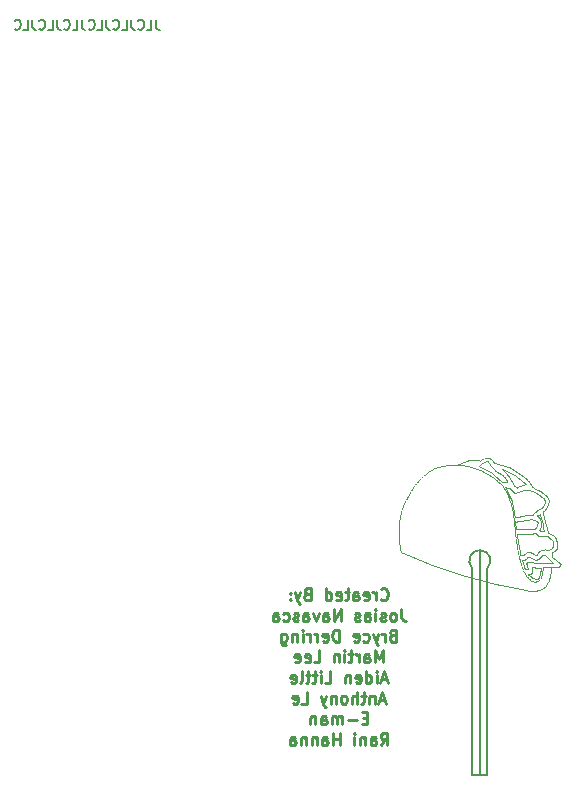
<source format=gbo>
%TF.GenerationSoftware,KiCad,Pcbnew,(5.1.9)-1*%
%TF.CreationDate,2021-12-11T15:02:24-08:00*%
%TF.ProjectId,DevelopmentBoard,44657665-6c6f-4706-9d65-6e74426f6172,rev?*%
%TF.SameCoordinates,Original*%
%TF.FileFunction,Legend,Bot*%
%TF.FilePolarity,Positive*%
%FSLAX46Y46*%
G04 Gerber Fmt 4.6, Leading zero omitted, Abs format (unit mm)*
G04 Created by KiCad (PCBNEW (5.1.9)-1) date 2021-12-11 15:02:24*
%MOMM*%
%LPD*%
G01*
G04 APERTURE LIST*
%ADD10C,0.152400*%
%ADD11C,0.096000*%
%ADD12C,0.250000*%
%ADD13C,6.100000*%
%ADD14O,1.000000X1.270000*%
%ADD15C,1.900000*%
%ADD16C,4.000000*%
%ADD17C,1.524000*%
%ADD18C,3.000000*%
%ADD19R,1.408000X1.408000*%
%ADD20C,1.408000*%
%ADD21C,3.200000*%
%ADD22C,2.550000*%
%ADD23C,1.508000*%
%ADD24C,1.500000*%
%ADD25R,1.428000X1.428000*%
%ADD26C,1.428000*%
%ADD27C,3.316000*%
%ADD28O,1.050000X2.100000*%
%ADD29R,3.800000X3.800000*%
%ADD30C,3.800000*%
%ADD31R,0.930000X0.890000*%
%ADD32O,1.700000X1.700000*%
%ADD33R,1.700000X1.700000*%
G04 APERTURE END LIST*
D10*
X120968419Y-66572895D02*
X120968419Y-67153466D01*
X121007123Y-67269580D01*
X121084533Y-67346990D01*
X121200647Y-67385695D01*
X121278057Y-67385695D01*
X120194323Y-67385695D02*
X120581371Y-67385695D01*
X120581371Y-66572895D01*
X119458933Y-67308285D02*
X119497638Y-67346990D01*
X119613752Y-67385695D01*
X119691161Y-67385695D01*
X119807276Y-67346990D01*
X119884685Y-67269580D01*
X119923390Y-67192171D01*
X119962095Y-67037352D01*
X119962095Y-66921238D01*
X119923390Y-66766419D01*
X119884685Y-66689009D01*
X119807276Y-66611600D01*
X119691161Y-66572895D01*
X119613752Y-66572895D01*
X119497638Y-66611600D01*
X119458933Y-66650304D01*
X118878361Y-66572895D02*
X118878361Y-67153466D01*
X118917066Y-67269580D01*
X118994476Y-67346990D01*
X119110590Y-67385695D01*
X119188000Y-67385695D01*
X118104266Y-67385695D02*
X118491314Y-67385695D01*
X118491314Y-66572895D01*
X117368876Y-67308285D02*
X117407580Y-67346990D01*
X117523695Y-67385695D01*
X117601104Y-67385695D01*
X117717219Y-67346990D01*
X117794628Y-67269580D01*
X117833333Y-67192171D01*
X117872038Y-67037352D01*
X117872038Y-66921238D01*
X117833333Y-66766419D01*
X117794628Y-66689009D01*
X117717219Y-66611600D01*
X117601104Y-66572895D01*
X117523695Y-66572895D01*
X117407580Y-66611600D01*
X117368876Y-66650304D01*
X116788304Y-66572895D02*
X116788304Y-67153466D01*
X116827009Y-67269580D01*
X116904419Y-67346990D01*
X117020533Y-67385695D01*
X117097942Y-67385695D01*
X116014209Y-67385695D02*
X116401257Y-67385695D01*
X116401257Y-66572895D01*
X115278819Y-67308285D02*
X115317523Y-67346990D01*
X115433638Y-67385695D01*
X115511047Y-67385695D01*
X115627161Y-67346990D01*
X115704571Y-67269580D01*
X115743276Y-67192171D01*
X115781980Y-67037352D01*
X115781980Y-66921238D01*
X115743276Y-66766419D01*
X115704571Y-66689009D01*
X115627161Y-66611600D01*
X115511047Y-66572895D01*
X115433638Y-66572895D01*
X115317523Y-66611600D01*
X115278819Y-66650304D01*
X114698247Y-66572895D02*
X114698247Y-67153466D01*
X114736952Y-67269580D01*
X114814361Y-67346990D01*
X114930476Y-67385695D01*
X115007885Y-67385695D01*
X113924152Y-67385695D02*
X114311200Y-67385695D01*
X114311200Y-66572895D01*
X113188761Y-67308285D02*
X113227466Y-67346990D01*
X113343580Y-67385695D01*
X113420990Y-67385695D01*
X113537104Y-67346990D01*
X113614514Y-67269580D01*
X113653219Y-67192171D01*
X113691923Y-67037352D01*
X113691923Y-66921238D01*
X113653219Y-66766419D01*
X113614514Y-66689009D01*
X113537104Y-66611600D01*
X113420990Y-66572895D01*
X113343580Y-66572895D01*
X113227466Y-66611600D01*
X113188761Y-66650304D01*
X112608190Y-66572895D02*
X112608190Y-67153466D01*
X112646895Y-67269580D01*
X112724304Y-67346990D01*
X112840419Y-67385695D01*
X112917828Y-67385695D01*
X111834095Y-67385695D02*
X112221142Y-67385695D01*
X112221142Y-66572895D01*
X111098704Y-67308285D02*
X111137409Y-67346990D01*
X111253523Y-67385695D01*
X111330933Y-67385695D01*
X111447047Y-67346990D01*
X111524457Y-67269580D01*
X111563161Y-67192171D01*
X111601866Y-67037352D01*
X111601866Y-66921238D01*
X111563161Y-66766419D01*
X111524457Y-66689009D01*
X111447047Y-66611600D01*
X111330933Y-66572895D01*
X111253523Y-66572895D01*
X111137409Y-66611600D01*
X111098704Y-66650304D01*
X110518133Y-66572895D02*
X110518133Y-67153466D01*
X110556838Y-67269580D01*
X110634247Y-67346990D01*
X110750361Y-67385695D01*
X110827771Y-67385695D01*
X109744038Y-67385695D02*
X110131085Y-67385695D01*
X110131085Y-66572895D01*
X109008647Y-67308285D02*
X109047352Y-67346990D01*
X109163466Y-67385695D01*
X109240876Y-67385695D01*
X109356990Y-67346990D01*
X109434400Y-67269580D01*
X109473104Y-67192171D01*
X109511809Y-67037352D01*
X109511809Y-66921238D01*
X109473104Y-66766419D01*
X109434400Y-66689009D01*
X109356990Y-66611600D01*
X109240876Y-66572895D01*
X109163466Y-66572895D01*
X109047352Y-66611600D01*
X109008647Y-66650304D01*
D11*
X150706545Y-105644846D02*
X150693056Y-105610728D01*
X149830962Y-104819807D02*
X149781685Y-104784611D01*
X150077983Y-104948634D02*
X150034612Y-104926715D01*
X150281666Y-105085567D02*
X150232553Y-105046946D01*
X150444887Y-105241741D02*
X150396916Y-105191739D01*
X151912612Y-108596238D02*
X151854995Y-108607230D01*
X152316877Y-108510727D02*
X152279883Y-108514980D01*
X149877060Y-104848232D02*
X149846547Y-104829755D01*
X149711072Y-104727355D02*
X149673012Y-104692968D01*
X150547026Y-105364485D02*
X150505339Y-105311276D01*
X151693214Y-108631453D02*
X151612907Y-108641194D01*
X152154059Y-108537659D02*
X152126116Y-108544430D01*
X150122444Y-104973007D02*
X150077983Y-104948634D01*
X149238753Y-104193225D02*
X149179840Y-104115645D01*
X149428155Y-104430049D02*
X149364850Y-104353058D01*
X149364850Y-104353058D02*
X149349864Y-104334510D01*
X149501089Y-104514509D02*
X149452909Y-104459120D01*
X150232553Y-105046946D02*
X150184323Y-105012054D01*
X152625424Y-108497312D02*
X152557965Y-108498300D01*
X151834055Y-108610811D02*
X151790311Y-108617872D01*
X151965461Y-108585056D02*
X151912612Y-108596238D01*
X152688346Y-108496408D02*
X152625424Y-108497312D01*
X152465272Y-108500831D02*
X152398734Y-108504226D01*
X152012930Y-108573753D02*
X151981662Y-108581289D01*
X151493572Y-108653432D02*
X151394799Y-108662037D01*
X150660223Y-105541483D02*
X150631241Y-105488863D01*
X149349864Y-104334510D02*
X149288498Y-104257382D01*
X149288498Y-104257382D02*
X149267539Y-104230630D01*
X149590870Y-104611666D02*
X149524514Y-104540828D01*
X152070846Y-108558816D02*
X152027998Y-108569985D01*
X149781685Y-104784611D02*
X149729523Y-104743339D01*
X149978028Y-104899997D02*
X149935421Y-104879343D01*
X150168633Y-105001691D02*
X150137693Y-104982168D01*
X151767506Y-108621353D02*
X151693214Y-108631453D01*
X152262183Y-108517304D02*
X152213419Y-108525359D01*
X152534715Y-108498792D02*
X152488369Y-108500058D01*
X152112353Y-108547920D02*
X152070846Y-108558816D01*
X150331312Y-105128764D02*
X150298215Y-105099619D01*
X150490580Y-105293718D02*
X150460354Y-105258951D01*
X150585834Y-105417903D02*
X150547026Y-105364485D01*
X150727661Y-105712030D02*
X150712703Y-105661801D01*
X150620439Y-105471171D02*
X150597735Y-105435691D01*
X151584101Y-108644317D02*
X151524433Y-108650436D01*
X152213419Y-108525359D02*
X152168239Y-108534378D01*
X149149713Y-104075469D02*
X149091187Y-103995931D01*
X149091187Y-103995931D02*
X149055322Y-103946656D01*
X149935421Y-104879343D02*
X149891988Y-104856761D01*
X152398734Y-108504226D02*
X152336171Y-108508798D01*
X150020419Y-104919960D02*
X149992127Y-104906601D01*
X150685725Y-105593565D02*
X150660223Y-105541483D01*
X150396916Y-105191739D02*
X150347860Y-105143858D01*
X149653402Y-104674566D02*
X149590870Y-104611666D01*
X153407947Y-108015901D02*
X153353350Y-108046409D01*
X153508094Y-107961056D02*
X153476103Y-107978933D01*
X153708983Y-107795900D02*
X153668326Y-107841359D01*
X153785764Y-107689047D02*
X153761161Y-107727033D01*
X153321027Y-106730453D02*
X153393561Y-106780282D01*
X152030640Y-106396398D02*
X152101128Y-106372958D01*
X153830559Y-107608004D02*
X153797703Y-107669433D01*
X151560441Y-106582795D02*
X151624845Y-106560797D01*
X153789209Y-107084009D02*
X153829356Y-107124404D01*
X152739397Y-106442216D02*
X152786539Y-106459489D01*
X153070115Y-108249317D02*
X153014983Y-108299462D01*
X153459727Y-107987839D02*
X153407947Y-108015901D01*
X153882887Y-107481881D02*
X153868051Y-107523888D01*
X153552730Y-106895488D02*
X153614820Y-106942190D01*
X152451297Y-106350297D02*
X152508704Y-106364120D01*
X151499445Y-106600139D02*
X151560441Y-106582795D01*
X152254633Y-106340454D02*
X152315977Y-106336021D01*
X152123965Y-106366476D02*
X152168863Y-106355064D01*
X153246106Y-106681983D02*
X153296222Y-106714115D01*
X151788154Y-106494117D02*
X151861003Y-106463127D01*
X153870808Y-107179943D02*
X153891895Y-107224666D01*
X153743658Y-107043399D02*
X153789209Y-107084009D01*
X153393561Y-106780282D02*
X153463944Y-106830259D01*
X152885487Y-106497520D02*
X152962135Y-106529566D01*
X152650535Y-106410374D02*
X152716355Y-106433867D01*
X152335734Y-106336278D02*
X152374773Y-106338417D01*
X153213410Y-108136628D02*
X153150990Y-108182782D01*
X152883044Y-108435445D02*
X152858547Y-108460659D01*
X153614820Y-106942190D02*
X153673460Y-106987052D01*
X152528155Y-106369814D02*
X152567672Y-106382070D01*
X151885453Y-106452891D02*
X151934256Y-106432898D01*
X151958609Y-106423141D02*
X152030640Y-106396398D01*
X152742014Y-108494645D02*
X152707154Y-108495959D01*
X152190924Y-106350134D02*
X152254633Y-106340454D01*
X152797068Y-108489000D02*
X152758067Y-108493779D01*
X152851157Y-108466744D02*
X152835683Y-108476945D01*
X153568734Y-107923432D02*
X153523710Y-107952086D01*
X153612310Y-107891876D02*
X153568734Y-107923432D01*
X153691734Y-107001391D02*
X153726833Y-107029564D01*
X152587738Y-106388632D02*
X152650535Y-106410374D01*
X152912621Y-108403105D02*
X152883044Y-108435445D01*
X153840783Y-107138045D02*
X153861509Y-107165814D01*
X152810638Y-106468414D02*
X152885487Y-106497520D01*
X153014983Y-108299462D02*
X152965428Y-108347508D01*
X153275095Y-108094342D02*
X153213410Y-108136628D01*
X153334203Y-108057708D02*
X153295075Y-108081675D01*
X153748496Y-107745405D02*
X153708983Y-107795900D01*
X153859766Y-107545033D02*
X153830559Y-107608004D01*
X153910302Y-107342639D02*
X153903113Y-107400449D01*
X153891895Y-107224666D02*
X153905936Y-107272303D01*
X153486600Y-106846757D02*
X153530993Y-106879371D01*
X152394054Y-106340298D02*
X152451297Y-106350297D01*
X151647334Y-106552170D02*
X151693135Y-106533987D01*
X151443350Y-106610132D02*
X151480328Y-106604139D01*
X153143762Y-106621191D02*
X153220796Y-106666190D01*
X152988048Y-106541363D02*
X153039983Y-106566113D01*
X153903113Y-107400449D02*
X153889438Y-107461018D01*
X151716447Y-106524429D02*
X151788154Y-106494117D01*
X152827599Y-108481060D02*
X152797068Y-108489000D01*
X153654471Y-107854788D02*
X153626463Y-107880046D01*
X152951072Y-108362301D02*
X152924669Y-108390100D01*
X153908219Y-107289299D02*
X153910402Y-107324467D01*
X153066005Y-106579066D02*
X153143762Y-106621191D01*
X153130367Y-108199177D02*
X153089930Y-108232445D01*
X153223891Y-109409574D02*
X153208068Y-109455842D01*
X153276517Y-109092353D02*
X153284346Y-109116531D01*
X151375662Y-106611580D02*
X151425489Y-106612124D01*
X151287782Y-106588021D02*
X151315226Y-106599612D01*
X150687907Y-106163738D02*
X150725862Y-106172143D01*
X153160502Y-109557798D02*
X153131156Y-109595563D01*
X153238422Y-109363311D02*
X153228793Y-109394089D01*
X152982668Y-109685461D02*
X152922772Y-109700867D01*
X151034267Y-106296127D02*
X151063643Y-106331814D01*
X151785071Y-109681196D02*
X151748123Y-109683608D01*
X151237740Y-106554286D02*
X151274584Y-106581124D01*
X152335064Y-109696990D02*
X152265915Y-109691647D01*
X152113938Y-109681634D02*
X152052877Y-109679010D01*
X153036714Y-109665463D02*
X152982668Y-109685461D01*
X153214354Y-109011531D02*
X153247090Y-109045457D01*
X150649649Y-106153682D02*
X150687907Y-106163738D01*
X151973883Y-109677026D02*
X151935339Y-109676821D01*
X152980146Y-108893516D02*
X153021918Y-108907316D01*
X151171392Y-106483842D02*
X151192490Y-106509611D01*
X150812532Y-106186453D02*
X150848739Y-106192459D01*
X152052877Y-109679010D02*
X151993317Y-109677288D01*
X153131156Y-109595563D02*
X153096089Y-109629368D01*
X152895365Y-108872521D02*
X152958986Y-108887236D01*
X150929466Y-106216218D02*
X150962352Y-106232973D01*
X151674689Y-109690095D02*
X151619878Y-109696209D01*
X152506607Y-109709754D02*
X152431553Y-109704501D01*
X153171056Y-108979484D02*
X153200719Y-109000653D01*
X153082322Y-109639171D02*
X153052634Y-109657219D01*
X153288014Y-109166471D02*
X153283531Y-109205354D01*
X151203296Y-106521944D02*
X151237740Y-106554286D01*
X150860588Y-106194846D02*
X150884024Y-106200369D01*
X153280604Y-109218766D02*
X153273823Y-109246091D01*
X152832999Y-109712978D02*
X152760241Y-109716708D01*
X153208068Y-109455842D02*
X153190366Y-109501207D01*
X151131282Y-106428335D02*
X151161100Y-106470407D01*
X151004212Y-106264838D02*
X151034267Y-106296127D01*
X151102142Y-106385813D02*
X151131282Y-106428335D01*
X151916230Y-109676878D02*
X151859629Y-109678026D01*
X153042529Y-108914838D02*
X153101080Y-108940629D01*
X153247090Y-109045457D02*
X153271291Y-109080410D01*
X152265915Y-109691647D02*
X152198984Y-109686781D01*
X153256935Y-109303296D02*
X153243148Y-109348017D01*
X151729703Y-109684980D02*
X151674689Y-109690095D01*
X151073283Y-106344923D02*
X151092533Y-106371922D01*
X151859629Y-109678026D02*
X151803599Y-109680156D01*
X152582872Y-109714261D02*
X152506607Y-109709754D01*
X152760241Y-109716708D02*
X152685138Y-109717534D01*
X153101080Y-108940629D02*
X153155027Y-108969193D01*
X150972979Y-106240107D02*
X150993909Y-106256039D01*
X150895611Y-106203505D02*
X150929466Y-106216218D01*
X150738404Y-106174468D02*
X150763356Y-106178793D01*
X150611017Y-106141185D02*
X150636802Y-106149728D01*
X152407093Y-109702624D02*
X152358849Y-109698869D01*
X153269968Y-109260005D02*
X153256935Y-109303296D01*
X150559001Y-106120897D02*
X150598080Y-106136597D01*
X151601665Y-109698581D02*
X151565291Y-109703656D01*
X152659629Y-109717010D02*
X152608496Y-109715373D01*
X150775768Y-106180793D02*
X150812532Y-106186453D01*
X151329470Y-106604305D02*
X151375662Y-106611580D01*
X151547130Y-109706361D02*
X151492797Y-109715472D01*
X153286948Y-109128765D02*
X153288014Y-109166471D01*
X152177393Y-109685368D02*
X152134870Y-109682794D01*
X152901050Y-109704549D02*
X152856164Y-109710604D01*
X153183550Y-109515781D02*
X153168618Y-109544076D01*
X153225796Y-111823916D02*
X153238730Y-111807888D01*
X153461267Y-111544722D02*
X153484100Y-111529863D01*
X153096038Y-111860583D02*
X153132180Y-111866757D01*
X153142825Y-111866606D02*
X153162834Y-111864176D01*
X152887582Y-111760173D02*
X152941893Y-111791245D01*
X152697448Y-111656061D02*
X152754347Y-111684835D01*
X151492796Y-109715474D02*
G75*
G03*
X151422601Y-109067297I-162827431J-17305748D01*
G01*
X153197012Y-111849224D02*
X153219119Y-111831357D01*
X152585596Y-108872536D02*
X152621572Y-108866497D01*
X153532707Y-111502662D02*
X153571270Y-111484144D01*
X152573591Y-111612594D02*
X152624616Y-111626278D01*
X153288222Y-111731166D02*
X153301407Y-111710676D01*
X151670097Y-109020410D02*
X151766466Y-109005560D01*
X151766466Y-109005560D02*
X151769522Y-109005110D01*
X152832578Y-108862102D02*
X152895365Y-108872521D01*
X151896298Y-108987483D02*
X151956571Y-108979684D01*
X152458198Y-108899774D02*
X152513544Y-108887417D01*
X152316309Y-108928716D02*
X152379911Y-108916613D01*
X152248850Y-108940269D02*
X152316309Y-108928716D01*
X153055610Y-111847909D02*
X153096038Y-111860583D01*
X153470611Y-109847772D02*
X153848583Y-109847772D01*
X153263328Y-111771144D02*
X153281828Y-111741384D01*
X151769522Y-109005110D02*
X151865514Y-108991542D01*
X153826046Y-111413968D02*
X153876770Y-111407312D01*
X153729480Y-111432178D02*
X153760851Y-111425291D01*
X153669218Y-111448417D02*
X153714040Y-111435868D01*
X153495819Y-111522685D02*
X153532707Y-111502662D01*
X152941893Y-111791245D02*
X152993568Y-111819360D01*
X153308198Y-111700404D02*
X153330128Y-111669992D01*
X152695105Y-108858641D02*
X152752291Y-108856778D01*
X152513544Y-108887417D02*
X152567689Y-108875907D01*
X151986060Y-108975943D02*
X152070426Y-108965229D01*
X151422601Y-109067297D02*
X151517775Y-109047720D01*
X151517775Y-109047720D02*
X151531193Y-109045085D01*
X153172199Y-111861898D02*
X153197012Y-111849224D01*
X153244989Y-111799301D02*
X153263328Y-111771144D01*
X152175850Y-108951156D02*
X152224991Y-108943940D01*
X153470611Y-109847772D02*
G75*
G03*
X153279549Y-108560177I-739762J548202D01*
G01*
X152337001Y-105917696D02*
G75*
G03*
X150321839Y-104627573I-3788306J-3698407D01*
G01*
X153389199Y-111602951D02*
X153418703Y-111576946D01*
X153503840Y-108427264D02*
X153279549Y-108560177D01*
X153848583Y-109847773D02*
G75*
G03*
X153503840Y-108427264I-4019517J-223408D01*
G01*
X153330128Y-111669992D02*
X153353807Y-111640324D01*
X149055322Y-103946657D02*
G75*
G03*
X148357287Y-104394545I358293J-1326288D01*
G01*
X153776784Y-111422092D02*
X153826046Y-111413968D01*
X151337023Y-106042677D02*
G75*
G03*
X150321839Y-104627573I-3431271J-1389871D01*
G01*
X152830946Y-111727309D02*
X152868822Y-111749234D01*
X153362327Y-111630773D02*
X153380024Y-111612087D01*
X153009714Y-111827371D02*
X153040735Y-111841645D01*
X153625909Y-111462450D02*
X153669218Y-111448417D01*
X153418703Y-111576946D02*
X153450153Y-111552403D01*
X152525456Y-111605489D02*
X152573591Y-111612594D01*
X152642490Y-111632872D02*
X152678906Y-111647763D01*
X152772028Y-108857415D02*
X152812172Y-108860078D01*
X152337000Y-105917696D02*
G75*
G03*
X151524201Y-106171697I704851J-3682999D01*
G01*
X152639639Y-108863830D02*
X152695105Y-108858641D01*
X152070426Y-108965229D02*
X152150568Y-108954701D01*
X151524201Y-106171697D02*
X151337023Y-106042677D01*
X152399950Y-108912427D02*
X152439094Y-108904007D01*
X152754347Y-111684835D02*
X152811831Y-111716323D01*
X151566425Y-109038527D02*
X151635877Y-109026189D01*
X150727661Y-105712030D02*
G75*
G03*
X150288879Y-105717466I-206744J-1023606D01*
G01*
X150288879Y-105717465D02*
G75*
G03*
X148357287Y-104394545I-3490949J-3025509D01*
G01*
X151394799Y-108662036D02*
G75*
G03*
X150559001Y-106120897I-4850544J-187358D01*
G01*
X153584667Y-111478471D02*
X153611986Y-111467624D01*
X148783722Y-104869180D02*
X148696985Y-104827645D01*
X148696985Y-104827645D02*
X148631855Y-104796458D01*
X150129725Y-105822804D02*
X150062569Y-105753291D01*
X150062569Y-105753291D02*
X150021585Y-105710869D01*
X153503970Y-113894120D02*
X153442508Y-113968515D01*
X153442508Y-113968515D02*
X153436568Y-113975706D01*
X151147826Y-108028503D02*
X151128222Y-107931556D01*
X151128222Y-107931556D02*
X151118763Y-107884779D01*
X149084415Y-105027819D02*
X148993480Y-104977714D01*
X148993480Y-104977714D02*
X148901943Y-104928926D01*
X148901943Y-104928926D02*
X148859518Y-104906853D01*
X149781581Y-105496659D02*
X149703481Y-105433988D01*
X149703481Y-105433988D02*
X149623432Y-105372492D01*
X149623432Y-105372492D02*
X149585850Y-105344514D01*
X152232011Y-113469272D02*
X152180533Y-113378448D01*
X152180533Y-113378448D02*
X152134637Y-113291676D01*
X152134637Y-113291676D02*
X152089640Y-113200935D01*
X152089640Y-113200935D02*
X152085192Y-113191645D01*
X152933367Y-114113265D02*
X152842143Y-114079557D01*
X152842143Y-114079557D02*
X152770435Y-114044580D01*
X151508948Y-110927212D02*
X151494727Y-110829343D01*
X151494727Y-110829343D02*
X151480913Y-110731543D01*
X151480913Y-110731543D02*
X151467497Y-110633858D01*
X151467497Y-110633858D02*
X151454471Y-110536335D01*
X151454471Y-110536335D02*
X151447199Y-110480699D01*
X149965020Y-105655745D02*
X149892055Y-105590306D01*
X149892055Y-105590306D02*
X149816947Y-105525971D01*
X149816947Y-105525971D02*
X149781581Y-105496659D01*
X150940046Y-107281676D02*
X150904390Y-107188905D01*
X150904390Y-107188905D02*
X150885245Y-107140051D01*
X151910004Y-112745290D02*
X151880363Y-112652170D01*
X151880363Y-112652170D02*
X151851460Y-112557279D01*
X151851460Y-112557279D02*
X151823293Y-112460677D01*
X151823293Y-112460677D02*
X151795860Y-112362425D01*
X153275753Y-114086413D02*
X153182392Y-114118820D01*
X153182392Y-114118820D02*
X153137980Y-114128276D01*
X150806843Y-106946149D02*
X150769267Y-106857512D01*
X150769267Y-106857512D02*
X150763739Y-106844471D01*
X150991837Y-107426475D02*
X150959088Y-107333633D01*
X150959088Y-107333633D02*
X150957530Y-107329214D01*
X152039547Y-113085966D02*
X152004133Y-112995735D01*
X152004133Y-112995735D02*
X151966494Y-112899839D01*
X151966494Y-112899839D02*
X151951953Y-112862789D01*
X147268542Y-104332659D02*
X147173075Y-104314420D01*
X147173075Y-104314420D02*
X147114812Y-104303289D01*
X151280956Y-108993217D02*
X151269839Y-108895862D01*
X151269839Y-108895862D02*
X151258359Y-108795328D01*
X151258359Y-108795328D02*
X151255035Y-108766211D01*
X151579379Y-111374181D02*
X151563188Y-111276593D01*
X151563188Y-111276593D02*
X151547444Y-111178861D01*
X151547444Y-111178861D02*
X151532137Y-111081031D01*
X151532137Y-111081031D02*
X151517260Y-110983149D01*
X151517260Y-110983149D02*
X151508948Y-110927212D01*
X147572482Y-104405819D02*
X147473107Y-104379841D01*
X147473107Y-104379841D02*
X147373486Y-104355475D01*
X147373486Y-104355475D02*
X147344972Y-104348811D01*
X148555784Y-104761410D02*
X148463122Y-104720931D01*
X148463122Y-104720931D02*
X148370559Y-104681745D01*
X148370559Y-104681745D02*
X148327875Y-104664095D01*
X149305130Y-105156765D02*
X149216052Y-105103417D01*
X149216052Y-105103417D02*
X149126156Y-105051388D01*
X149126156Y-105051388D02*
X149084415Y-105027819D01*
X149517061Y-105296278D02*
X149436896Y-105242662D01*
X149436896Y-105242662D02*
X149376701Y-105202403D01*
X150444320Y-106229139D02*
X150388158Y-106146664D01*
X150388158Y-106146664D02*
X150328664Y-106064426D01*
X150328664Y-106064426D02*
X150320479Y-106053487D01*
X151202774Y-108365206D02*
X151187674Y-108263841D01*
X151187674Y-108263841D02*
X151172359Y-108166997D01*
X151172359Y-108166997D02*
X151162019Y-108104930D01*
X150549133Y-106403862D02*
X150498971Y-106318661D01*
X150498971Y-106318661D02*
X150480718Y-106287656D01*
X150885245Y-107140051D02*
X150849508Y-107050392D01*
X150849508Y-107050392D02*
X150827441Y-106995893D01*
X151429123Y-110333977D02*
X151417068Y-110232013D01*
X151417068Y-110232013D02*
X151405097Y-110130755D01*
X151405097Y-110130755D02*
X151394953Y-110044951D01*
X151795860Y-112362425D02*
X151769159Y-112262581D01*
X151769159Y-112262581D02*
X151743190Y-112161207D01*
X151743190Y-112161207D02*
X151717951Y-112058361D01*
X151717951Y-112058361D02*
X151693442Y-111954104D01*
X151057247Y-107638018D02*
X151030152Y-107545057D01*
X151030152Y-107545057D02*
X151008660Y-107476197D01*
X152549985Y-113884983D02*
X152482345Y-113813617D01*
X152482345Y-113813617D02*
X152441066Y-113770062D01*
X153610258Y-113680461D02*
X153572463Y-113773264D01*
X153572463Y-113773264D02*
X153534924Y-113848196D01*
X153088241Y-114130663D02*
X152990583Y-114123499D01*
X152990583Y-114123499D02*
X152985935Y-114123158D01*
X153708601Y-112877295D02*
X153710156Y-112978368D01*
X153710156Y-112978368D02*
X153709504Y-113076018D01*
X153709504Y-113076018D02*
X153706997Y-113161821D01*
X151663131Y-111811285D02*
X151644569Y-111716911D01*
X151644569Y-111716911D02*
X151624662Y-111615696D01*
X151624662Y-111615696D02*
X151606100Y-111521323D01*
X150741233Y-106792536D02*
X150699983Y-106701878D01*
X150699983Y-106701878D02*
X150665954Y-106629994D01*
X147037512Y-104290071D02*
X146942394Y-104276538D01*
X146942394Y-104276538D02*
X146846707Y-104264524D01*
X146846707Y-104264524D02*
X146802351Y-104259494D01*
X148025179Y-104547425D02*
X147931494Y-104515310D01*
X147931494Y-104515310D02*
X147874318Y-104495710D01*
X152770435Y-114044580D02*
X152687912Y-113995095D01*
X152687912Y-113995095D02*
X152605029Y-113935339D01*
X153667546Y-113483194D02*
X153642960Y-113579323D01*
X153642960Y-113579323D02*
X153612323Y-113674742D01*
X153612323Y-113674742D02*
X153610258Y-113680461D01*
X147798945Y-104471189D02*
X147699961Y-104441569D01*
X147699961Y-104441569D02*
X147600836Y-104413535D01*
X147600836Y-104413535D02*
X147572482Y-104405819D01*
X148327875Y-104664095D02*
X148235477Y-104626798D01*
X148235477Y-104626798D02*
X148143207Y-104590798D01*
X148143207Y-104590798D02*
X148100666Y-104574620D01*
X150320479Y-106053487D02*
X150261495Y-105977121D01*
X150261495Y-105977121D02*
X150199547Y-105901206D01*
X150199547Y-105901206D02*
X150181300Y-105879615D01*
X150665954Y-106629994D02*
X150622170Y-106541193D01*
X150622170Y-106541193D02*
X150581150Y-106461551D01*
X151334904Y-109495304D02*
X151324427Y-109397083D01*
X151324427Y-109397083D02*
X151314126Y-109300402D01*
X151314126Y-109300402D02*
X151302728Y-109193535D01*
X151302728Y-109193535D02*
X151293990Y-109111847D01*
X151103893Y-107817482D02*
X151079357Y-107719721D01*
X151079357Y-107719721D02*
X151057247Y-107638018D01*
X151242148Y-108657835D02*
X151228743Y-108553559D01*
X151228743Y-108553559D02*
X151215207Y-108453150D01*
X151215207Y-108453150D02*
X151202774Y-108365206D01*
X151378859Y-109902648D02*
X151367533Y-109798736D01*
X151367533Y-109798736D02*
X151356442Y-109696178D01*
X151356442Y-109696178D02*
X151345570Y-109595018D01*
X151345570Y-109595018D02*
X151334904Y-109495304D01*
X153400119Y-114011367D02*
X153316120Y-114066477D01*
X153316120Y-114066477D02*
X153275753Y-114086413D01*
X152387192Y-113705496D02*
X152328101Y-113621838D01*
X152328101Y-113621838D02*
X152274866Y-113539945D01*
X152274866Y-113539945D02*
X152232011Y-113469272D01*
X153700235Y-113247006D02*
X153688484Y-113342727D01*
X153688484Y-113342727D02*
X153680509Y-113407692D01*
X153225719Y-110144526D02*
X153196462Y-110113859D01*
X151920716Y-111907211D02*
X151940161Y-111904106D01*
X151902464Y-111909671D02*
X151914533Y-111908082D01*
X151853946Y-110067173D02*
X151787036Y-110074127D01*
X152453630Y-110104703D02*
X152398650Y-110098162D01*
X153800819Y-110251389D02*
X153736486Y-110256806D01*
X153065085Y-110021678D02*
X153031761Y-110020260D01*
X151554907Y-110116139D02*
G75*
G03*
X151879801Y-111912095I9059301J711495D01*
G01*
X152747135Y-110094683D02*
X152697703Y-110103891D01*
X153348531Y-110233748D02*
X153306014Y-110211663D01*
X151696005Y-110087140D02*
X151649579Y-110095538D01*
X152983463Y-110026570D02*
X152957398Y-110033005D01*
X152266681Y-110080736D02*
X152208150Y-110073914D01*
X152630016Y-110110819D02*
X152578070Y-110111956D01*
X153586114Y-110268089D02*
X153524754Y-110268342D01*
X153996086Y-110254180D02*
X153941359Y-110248934D01*
X152067256Y-110062957D02*
X152004654Y-110061655D01*
X152208150Y-110073914D02*
X152148637Y-110068066D01*
X152507568Y-110109424D02*
X152471694Y-110106471D01*
X153863101Y-110248042D02*
X153821820Y-110250011D01*
X152795532Y-110083133D02*
X152747135Y-110094683D01*
X152398650Y-110098162D02*
X152342845Y-110090833D01*
X152680919Y-110106082D02*
X152647075Y-110109546D01*
X153395375Y-110251247D02*
X153348531Y-110233748D01*
X153524754Y-110268342D02*
X153466215Y-110264869D01*
X153736486Y-110256806D02*
X153671578Y-110262550D01*
X152355495Y-111663066D02*
X152378688Y-111647113D01*
X152045544Y-111877960D02*
X152062871Y-111871473D01*
X151879801Y-111912095D02*
X151896577Y-111910388D01*
X152481332Y-111607399D02*
X152510421Y-111605389D01*
X152427755Y-111621918D02*
X152467277Y-111609509D01*
X152390497Y-111639686D02*
X152427755Y-111621918D01*
X152244856Y-111755952D02*
X152266755Y-111737273D01*
X151967609Y-111899028D02*
X151982116Y-111895917D01*
X152310710Y-111699185D02*
X152344111Y-111671593D01*
X152277713Y-111727755D02*
X152310710Y-111699185D01*
X153095564Y-110030585D02*
X153075455Y-110024007D01*
X152201351Y-111790694D02*
X152233915Y-111765112D01*
X152128464Y-110066533D02*
X152087774Y-110063979D01*
X153447843Y-110262262D02*
X153412423Y-110255451D01*
X151919407Y-110063131D02*
X151875886Y-110065589D01*
X151626184Y-110100118D02*
X151554906Y-110116139D01*
X153293231Y-110202967D02*
X153268896Y-110184618D01*
X152169352Y-111813946D02*
X152201351Y-111790694D01*
X152138522Y-111833704D02*
X152158960Y-111820831D01*
X152099505Y-111855030D02*
X152128476Y-111839692D01*
X152004654Y-110061655D02*
X151940987Y-110062257D01*
X152323956Y-110088277D02*
X152285874Y-110083229D01*
X152943992Y-110036769D02*
X152901710Y-110050129D01*
X152578070Y-110111956D02*
X152525379Y-110110609D01*
X153187263Y-110103988D02*
X153169110Y-110085110D01*
X153941359Y-110248934D02*
X153883381Y-110247450D01*
X153133136Y-110053049D02*
X153105302Y-110034833D01*
X153650012Y-110264245D02*
X153607280Y-110267015D01*
X152071729Y-111867918D02*
X152099505Y-111855030D01*
X152842284Y-110069356D02*
X152811272Y-110078655D01*
X152012775Y-111888178D02*
X152037074Y-111880891D01*
X153031761Y-110020260D02*
X152996121Y-110023900D01*
X151989529Y-111894232D02*
X152012775Y-111888178D01*
X151787036Y-110074127D02*
X151719035Y-110083321D01*
X152901710Y-110050129D02*
X152857556Y-110064536D01*
X153257344Y-110174966D02*
X153225719Y-110144526D01*
X153160157Y-110076102D02*
X153133136Y-110053049D01*
X151940161Y-111904106D02*
X151960515Y-111900453D01*
X154603465Y-111143612D02*
X154613091Y-111115398D01*
X152600240Y-112448902D02*
X152621272Y-112450114D01*
X152416609Y-112464010D02*
X152433268Y-112459162D01*
X152468278Y-112452918D02*
X152495240Y-112450034D01*
X154485985Y-111295595D02*
X154506670Y-111276547D01*
X152504360Y-112449424D02*
X152522756Y-112448484D01*
X154407041Y-110512552D02*
X154385812Y-110494990D01*
X154477667Y-110575934D02*
X154448243Y-110548163D01*
X154504803Y-110605716D02*
X154486938Y-110585653D01*
X154623101Y-110998294D02*
X154622100Y-110973478D01*
X154536782Y-110649335D02*
X154513397Y-110616059D01*
X154246942Y-111427330D02*
X154270469Y-111421319D01*
X152532032Y-112448154D02*
X152560542Y-112447919D01*
X154621382Y-110960701D02*
X154617923Y-110920432D01*
X154590661Y-111171559D02*
X154603465Y-111143612D01*
X154516586Y-111266921D02*
X154543281Y-111237951D01*
X154038550Y-111423677D02*
X154057632Y-111426608D01*
X152979224Y-112514286D02*
X153040540Y-112529571D01*
X152666492Y-112454199D02*
X152703235Y-112458648D01*
X154282388Y-111417779D02*
X154318889Y-111403804D01*
X154201525Y-111434317D02*
X154235333Y-111429802D01*
X152441827Y-112457158D02*
X152468278Y-112452918D01*
X154137212Y-111435510D02*
X154158128Y-111436206D01*
X152716331Y-112460529D02*
X152743451Y-112464715D01*
X153946872Y-111409175D02*
X153964749Y-111411905D01*
X152757475Y-112467018D02*
X152802520Y-112475255D01*
X152560542Y-112447919D02*
X152590001Y-112448451D01*
X152632065Y-112450875D02*
X152666492Y-112454199D01*
X152867766Y-112488515D02*
X152903077Y-112496312D01*
X154610885Y-110864367D02*
X154605953Y-110835723D01*
X154622779Y-111044213D02*
X154623385Y-111010332D01*
X154620472Y-111076058D02*
X154622779Y-111044213D01*
X154168733Y-111436277D02*
X154201525Y-111434317D01*
X152802520Y-112475255D02*
X152850657Y-112484852D01*
X154448243Y-110548163D02*
X154417568Y-110521332D01*
X154557568Y-110684988D02*
X154536782Y-110649335D01*
X154603177Y-110821350D02*
X154592707Y-110778681D01*
X154405144Y-111357447D02*
X154440923Y-111332085D01*
X154617923Y-110920432D02*
X154613042Y-110878639D01*
X154318889Y-111403804D02*
X154355878Y-111386512D01*
X153129085Y-112552852D02*
X153200601Y-112572495D01*
X154573235Y-111199717D02*
X154585250Y-111180906D01*
X154543281Y-111237951D02*
X154566631Y-111209181D01*
X153911801Y-111404095D02*
X153938002Y-111407846D01*
X154046144Y-110264857D02*
X154013164Y-110257285D01*
X154368258Y-111379700D02*
X154392891Y-111365168D01*
X154001205Y-111417689D02*
X154029096Y-111422178D01*
X154106403Y-110286558D02*
X154062046Y-110269326D01*
X153062109Y-112535149D02*
X153106381Y-112546790D01*
X154147711Y-110307196D02*
X154106403Y-110286558D01*
X154440923Y-111332085D02*
X154475216Y-111305018D01*
X154067260Y-111428041D02*
X154096742Y-111431858D01*
X154574747Y-110723684D02*
X154563593Y-110697657D01*
X154185622Y-110331448D02*
X154160586Y-110315041D01*
X152921278Y-112500447D02*
X152979224Y-112514286D01*
X154232687Y-110367078D02*
X154197783Y-110340010D01*
X154266450Y-110394928D02*
X154232687Y-110367078D01*
X154096742Y-111431858D02*
X154126902Y-111434885D01*
X154592707Y-110778681D02*
X154579876Y-110737042D01*
X154299355Y-110422923D02*
X154277459Y-110404289D01*
X154342749Y-110459473D02*
X154310242Y-110432196D01*
X154375109Y-110486209D02*
X154342749Y-110459473D01*
X154615343Y-111105767D02*
X154619033Y-111086097D01*
X153973757Y-111413307D02*
X154001205Y-111417689D01*
X152987475Y-112242861D02*
X152938145Y-112220399D01*
X152345255Y-112599470D02*
X152344895Y-112559981D01*
X152352870Y-112646990D02*
X152347238Y-112614706D01*
X152371392Y-112719303D02*
X152356521Y-112664038D01*
X152388950Y-112777278D02*
X152371392Y-112719303D01*
X153239173Y-112249337D02*
X153214682Y-112260473D01*
X152407624Y-112836081D02*
X152395239Y-112796985D01*
X152528411Y-112038697D02*
X152493172Y-112041814D01*
X151992759Y-112334240D02*
X152002335Y-112371498D01*
X152188195Y-113021190D02*
X152203503Y-113032491D01*
X152429522Y-112910565D02*
X152413721Y-112855470D01*
X152098785Y-112273671D02*
X152069981Y-112272099D01*
X152441376Y-112960985D02*
X152429522Y-112910565D01*
X153153021Y-112278501D02*
X153121734Y-112279318D01*
X152445763Y-113002754D02*
X152443568Y-112975747D01*
X152096507Y-112764275D02*
X152116758Y-112846860D01*
X152427580Y-112080011D02*
X152403615Y-112108113D01*
X153263823Y-112237445D02*
X153247329Y-112245389D01*
X152240163Y-113046706D02*
X152272501Y-113055429D01*
X152161428Y-112981888D02*
X152181063Y-113014285D01*
X152123267Y-112871152D02*
X152136116Y-112915566D01*
X152054182Y-112583056D02*
X152068426Y-112644189D01*
X151991243Y-112261456D02*
X151983281Y-112263654D01*
X152737522Y-112115097D02*
X152701226Y-112096870D01*
X152161786Y-112269952D02*
X152113973Y-112273920D01*
X153214682Y-112260473D02*
X153189571Y-112270247D01*
X152811689Y-112154373D02*
X152755931Y-112124638D01*
X152632219Y-112066102D02*
X152584323Y-112049020D01*
X152341847Y-112181949D02*
X152307959Y-112211225D01*
X152398847Y-113071525D02*
X152415847Y-113066517D01*
X152056363Y-112270777D02*
X152022427Y-112265668D01*
X153074338Y-112272875D02*
X153047492Y-112265565D01*
X152867131Y-112184052D02*
X152811689Y-112154373D01*
X152356241Y-113071305D02*
X152389309Y-113072823D01*
X152284293Y-113058238D02*
X152308291Y-113063550D01*
X151981441Y-112284826D02*
X151988612Y-112318032D01*
X152370352Y-112149961D02*
X152351711Y-112171356D01*
X152211677Y-113036887D02*
X152240163Y-113046706D01*
X152142456Y-112935688D02*
X152161428Y-112981888D01*
X152209843Y-112260585D02*
X152161786Y-112269952D01*
X152403615Y-112108113D02*
X152379130Y-112139159D01*
X152493172Y-112041814D02*
X152462258Y-112052424D01*
X152683339Y-112088184D02*
X152632219Y-112066102D01*
X153180780Y-112272811D02*
X153162505Y-112276938D01*
X152075563Y-112675008D02*
X152096507Y-112764275D01*
X152007765Y-112392548D02*
X152026603Y-112467931D01*
X151980822Y-112266005D02*
X151981441Y-112284826D01*
X153033423Y-112261077D02*
X152987475Y-112242861D01*
X152453187Y-112058326D02*
X152435848Y-112072120D01*
X153121734Y-112279318D02*
X153087114Y-112275698D01*
X153298048Y-112221570D02*
X153272159Y-112233449D01*
X152022427Y-112265668D02*
X151996747Y-112261609D01*
X152255117Y-112243613D02*
X152225314Y-112255545D01*
X152569626Y-112045300D02*
X152541670Y-112040139D01*
X152307959Y-112211225D02*
X152269447Y-112236720D01*
X152920738Y-112211723D02*
X152885231Y-112193549D01*
X152026603Y-112467931D02*
X152047075Y-112552742D01*
X152386434Y-112478792D02*
X152408510Y-112466852D01*
X152438342Y-113043249D02*
X152445765Y-113015000D01*
X152423310Y-113062806D02*
X152438342Y-113043249D01*
X152367369Y-112494933D02*
X152386434Y-112478792D01*
X152353666Y-112517940D02*
X152362282Y-112501965D01*
X152320497Y-113066053D02*
X152356241Y-113071305D01*
X152344895Y-112559981D02*
X152350136Y-112526883D01*
X153507533Y-112089267D02*
X153482512Y-112115077D01*
X153772944Y-111839633D02*
X153750517Y-111840373D01*
X153324877Y-112209734D02*
X153298048Y-112221570D01*
X153352787Y-112197491D02*
X153334111Y-112205727D01*
X153390819Y-112179335D02*
X153362228Y-112193262D01*
X152646444Y-113648123D02*
X152599153Y-113609417D01*
X153628394Y-111920980D02*
X153608173Y-111948116D01*
X152606957Y-113487785D02*
X152622301Y-113486896D01*
X153560177Y-112019503D02*
X153538487Y-112050483D01*
X153601448Y-111957914D02*
X153587919Y-111977977D01*
X152832299Y-113266845D02*
X152844292Y-113212328D01*
X152653077Y-113478678D02*
X152677259Y-113466628D01*
X152802745Y-112960105D02*
X152793513Y-112921704D01*
X153817072Y-111846208D02*
X153802537Y-111842789D01*
X152546493Y-113562926D02*
X152526220Y-113542988D01*
X153911801Y-111898214D02*
X153892678Y-111883029D01*
X152784159Y-113362050D02*
X152803244Y-113333059D01*
X152575511Y-113485156D02*
X152599227Y-113487680D01*
X153269945Y-113901058D02*
X153235279Y-113917387D01*
X152517377Y-113533755D02*
X152499150Y-113511016D01*
X153184038Y-113926739D02*
X153141321Y-113924168D01*
X153141321Y-113924168D02*
X153095539Y-113915259D01*
X152499150Y-113511016D02*
X152489333Y-113493445D01*
X153419340Y-112163690D02*
X153390819Y-112179335D01*
X153447182Y-112145017D02*
X153428709Y-112157751D01*
X153845443Y-111856343D02*
X153824277Y-111848263D01*
X153648841Y-111896676D02*
X153628394Y-111920980D01*
X153720648Y-111847195D02*
X153698583Y-111857322D01*
X153581115Y-111988241D02*
X153560177Y-112019503D01*
X153669803Y-111876857D02*
X153655779Y-111889670D01*
X153698583Y-111857322D02*
X153676888Y-111871050D01*
X153795207Y-111841426D02*
X153772944Y-111839633D01*
X153886128Y-111878546D02*
X153872852Y-111870162D01*
X152551655Y-113481429D02*
X152575511Y-113485156D01*
X153028293Y-113891257D02*
X152973536Y-113865032D01*
X152700068Y-113689242D02*
X152663902Y-113661723D01*
X153079236Y-113910228D02*
X153045613Y-113898228D01*
X152816526Y-113007182D02*
X152807186Y-112975189D01*
X152845477Y-113193306D02*
X152845379Y-113154973D01*
X152777264Y-113744710D02*
X152718776Y-113703162D01*
X152973536Y-113865032D02*
X152916365Y-113834038D01*
X152529128Y-113477970D02*
X152543916Y-113480141D01*
X153222918Y-113920783D02*
X153197297Y-113925459D01*
X152504655Y-113476939D02*
X152522080Y-113477086D01*
X152599153Y-113609417D02*
X152557924Y-113573631D01*
X153482512Y-112115077D02*
X153456285Y-112138222D01*
X153866127Y-111866262D02*
X153845443Y-111856343D01*
X152685856Y-113460837D02*
X152703734Y-113447345D01*
X153530938Y-112060475D02*
X153515461Y-112079867D01*
X152837021Y-113785095D02*
X152777264Y-113744710D01*
X154623001Y-112572495D02*
X153200601Y-112572495D01*
X152793513Y-112921704D02*
X152790183Y-112890955D01*
X152844095Y-113135663D02*
X152834614Y-113078671D01*
X152812171Y-113317663D02*
X152832299Y-113266845D01*
X152742905Y-113410609D02*
X152774001Y-113375646D01*
X153743029Y-111841555D02*
X153728094Y-111844966D01*
X152629916Y-113485900D02*
X152653077Y-113478678D01*
X152492304Y-113480212D02*
X152504655Y-113476939D01*
X152488818Y-113489324D02*
X152490303Y-113482707D01*
X152834614Y-113078671D02*
X152821425Y-113024091D01*
X154623001Y-112572495D02*
X153911801Y-111898214D01*
X152713015Y-113439644D02*
X152742905Y-113410609D01*
X152896684Y-113822330D02*
X152857012Y-113797859D01*
X148686127Y-103720271D02*
X148601399Y-103767762D01*
X148955004Y-103632299D02*
X148876909Y-103645361D01*
X149268676Y-103704068D02*
X149199866Y-103668950D01*
X149482715Y-103900672D02*
X149420600Y-103830811D01*
X153232907Y-112952803D02*
X153283697Y-112952933D01*
X152915555Y-112880012D02*
X152938989Y-112889308D01*
X149031275Y-103628695D02*
X148955004Y-103632299D01*
X152160681Y-105283538D02*
G75*
G03*
X149620173Y-104102488I-3238690J-3643694D01*
G01*
X149542811Y-103981011D02*
X149502911Y-103926599D01*
X148769297Y-103680868D02*
X148686127Y-103720271D01*
X149335135Y-103751384D02*
X149291018Y-103718856D01*
X152950524Y-112894166D02*
X152982227Y-112908493D01*
X152869070Y-112865187D02*
X152903656Y-112875575D01*
X153545840Y-113083844D02*
X153543941Y-113111470D01*
X153519278Y-113382554D02*
X153514833Y-113416603D01*
X152225451Y-105337022D02*
X152160681Y-105283539D01*
X153512855Y-113428660D02*
X153508290Y-113453557D01*
X153522585Y-113350258D02*
X153519278Y-113382554D01*
X153059097Y-112941781D02*
X153078087Y-112946472D01*
X153525030Y-113319450D02*
X153523434Y-113339923D01*
X153547886Y-112996530D02*
X153548006Y-113031083D01*
X153108069Y-112949756D02*
X153137741Y-112951021D01*
X153084969Y-112947483D02*
X153099960Y-112949125D01*
X148396306Y-103916947D02*
G75*
G03*
X146596603Y-104241297I-491889J-2425809D01*
G01*
X153040037Y-112935081D02*
X153059097Y-112941781D01*
X152982227Y-112908493D02*
X153010189Y-112921615D01*
X148485440Y-103846585D02*
X148407525Y-103907744D01*
X148407525Y-103907744D02*
X148396305Y-103916945D01*
X152812995Y-112860856D02*
X152828583Y-112858902D01*
X153548006Y-113031083D02*
X153546661Y-113070047D01*
X153534112Y-113213882D02*
X153531835Y-113236378D01*
X153519836Y-112945293D02*
X153534354Y-112951155D01*
X153353616Y-112952074D02*
X153387471Y-112951020D01*
X149199866Y-103668950D02*
X149129223Y-103643342D01*
X153137741Y-112951021D02*
X153173488Y-112951955D01*
X153302429Y-113878867D02*
X153269945Y-113901058D01*
X153332361Y-113849540D02*
X153312602Y-113869637D01*
X148850288Y-103652775D02*
X148796482Y-103670528D01*
X149420600Y-103830811D02*
X149356909Y-103769124D01*
X153495891Y-113507241D02*
X153483943Y-113550182D01*
X153394549Y-113761575D02*
X153369062Y-113801887D01*
X153403924Y-112950369D02*
X153448122Y-112947986D01*
X153187464Y-112952204D02*
X153217173Y-112952629D01*
X152837493Y-112859080D02*
X152869070Y-112865187D01*
X153528111Y-113278706D02*
X153525777Y-113309312D01*
X153369062Y-113801887D02*
X153341948Y-113838674D01*
X153417803Y-113717814D02*
X153402494Y-113747199D01*
X148572653Y-103786202D02*
X148514674Y-103825613D01*
X149105051Y-103638047D02*
X149056077Y-103630723D01*
X149620173Y-104102488D02*
X149569801Y-104020710D01*
X149569801Y-104020710D02*
X149562515Y-104009497D01*
X153445412Y-113656805D02*
X153425168Y-113702805D01*
X153530777Y-113247296D02*
X153528111Y-113278706D01*
X153463703Y-113610543D02*
X153445412Y-113656805D01*
X153479238Y-113565081D02*
X153469118Y-113595261D01*
X152286278Y-105390840D02*
X152246055Y-105354934D01*
X153505703Y-113466396D02*
X153495891Y-113507241D01*
X153539176Y-113165045D02*
X153535331Y-113202304D01*
X153542862Y-113125299D02*
X153539176Y-113165045D01*
X153544934Y-112970777D02*
X153547214Y-112987095D01*
X153534354Y-112951155D02*
X153543326Y-112963895D01*
X153495555Y-112945188D02*
X153512643Y-112944986D01*
X153448122Y-112947986D02*
X153485659Y-112945697D01*
X153283697Y-112952933D02*
X153336214Y-112952478D01*
X153018188Y-112925359D02*
X153033112Y-112932092D01*
X152794201Y-112877295D02*
X152806317Y-112862987D01*
X152606770Y-105754851D02*
X152580589Y-105718427D01*
X153262805Y-106364192D02*
X153206339Y-106339115D01*
X154056097Y-107835803D02*
X154086091Y-107778627D01*
X153945298Y-108009431D02*
X153979799Y-107960214D01*
X154571451Y-110186784D02*
X154534320Y-110161321D01*
X153584249Y-106521113D02*
X153543039Y-106495849D01*
X154102108Y-106966891D02*
X154077026Y-106935873D01*
X153785941Y-108185545D02*
X153811331Y-108162406D01*
X153909775Y-108055328D02*
X153933535Y-108025017D01*
X154024284Y-107890770D02*
X154045625Y-107854336D01*
X154293446Y-110052571D02*
X154216601Y-110032495D01*
X154223081Y-107307295D02*
X154222231Y-107270499D01*
X152656423Y-105827097D02*
X152619548Y-105773022D01*
X153734225Y-108227245D02*
X153773152Y-108196657D01*
X152727489Y-105932814D02*
X152703989Y-105898096D01*
X152775189Y-106000116D02*
X152739244Y-105949989D01*
X152851793Y-106094568D02*
X152825234Y-106064165D01*
X154453618Y-110115872D02*
X154388265Y-110085914D01*
X153004675Y-106228116D02*
X152971247Y-106204013D01*
X152908853Y-106151687D02*
X152865429Y-106109421D01*
X153371450Y-106411111D02*
X153336222Y-106395844D01*
X153719784Y-106617261D02*
X153678353Y-106585999D01*
X154194040Y-107129785D02*
X154180581Y-107096130D01*
X154148358Y-107640512D02*
X154170222Y-107580283D01*
X153915207Y-106775772D02*
X153868378Y-106736000D01*
X154217636Y-107382894D02*
X154222765Y-107325899D01*
X154123291Y-107700349D02*
X154140242Y-107660523D01*
X154194706Y-107500248D02*
X154204322Y-107460659D01*
X152812311Y-106048615D02*
X152775189Y-106000116D01*
X153130769Y-106302607D02*
X153075439Y-106272298D01*
X153806948Y-106685637D02*
X153777143Y-106661869D01*
X154221065Y-107252306D02*
X154212905Y-107198953D01*
X153823932Y-108150380D02*
X153861156Y-108111569D01*
X152954962Y-106191550D02*
X152908853Y-106151687D01*
X153624626Y-106547648D02*
X153584249Y-106521113D01*
X154145776Y-107030537D02*
X154114057Y-106982564D01*
X153075439Y-106272298D02*
X153021819Y-106239756D01*
X153979799Y-107960214D02*
X154013414Y-107908671D01*
X153187382Y-106330281D02*
X153149597Y-106312027D01*
X153318259Y-106388137D02*
X153262805Y-106364192D01*
X153438079Y-106441295D02*
X153388715Y-106418671D01*
X154365198Y-110077029D02*
X154317789Y-110060357D01*
X154170222Y-107580283D02*
X154189339Y-107520159D01*
X153484963Y-106464154D02*
X153438079Y-106441295D01*
X153528844Y-106487790D02*
X153499806Y-106471942D01*
X153961777Y-106817486D02*
X153930815Y-106789526D01*
X154063891Y-106920528D02*
X154021624Y-106875543D01*
X154086091Y-107778627D02*
X154114455Y-107720163D01*
X153861156Y-108111569D02*
X153897779Y-108070054D01*
X153762456Y-106650275D02*
X153719784Y-106617261D01*
X154216600Y-110032496D02*
G75*
G03*
X153734225Y-108227245I-9091873J-1462340D01*
G01*
X153868378Y-106736000D02*
X153822066Y-106697811D01*
X154212905Y-107198953D02*
X154199967Y-107146792D01*
X154208571Y-107440980D02*
X154217636Y-107382894D01*
X153664857Y-106576146D02*
X153637993Y-106556971D01*
X154173049Y-107079480D02*
X154145776Y-107030537D01*
X154021624Y-106875543D02*
X153977131Y-106831693D01*
X152361822Y-105463058D02*
X152305898Y-105408835D01*
X152414845Y-105517503D02*
X152361822Y-105463058D01*
X152464106Y-105572192D02*
X152431570Y-105535716D01*
X152524761Y-105645315D02*
X152479917Y-105590454D01*
X154515112Y-110149134D02*
X154453618Y-110115872D01*
X152567185Y-105700173D02*
X152524761Y-105645315D01*
X152692246Y-105880552D02*
X152656423Y-105827097D01*
X141515877Y-109978340D02*
X141517079Y-110074784D01*
X141517079Y-110074784D02*
X141519506Y-110177917D01*
X141519506Y-110177917D02*
X141520655Y-110214565D01*
X154470601Y-111658095D02*
X154547372Y-111625551D01*
X141596330Y-108909017D02*
X141582533Y-109004893D01*
X141582533Y-109004893D02*
X141572174Y-109076887D01*
X142416461Y-106690708D02*
X142366395Y-106777006D01*
X142366395Y-106777006D02*
X142317205Y-106864034D01*
X142317205Y-106864034D02*
X142284916Y-106922448D01*
X154904745Y-110738183D02*
X154893328Y-110695395D01*
X154638486Y-111578310D02*
X154698347Y-111539974D01*
X154288020Y-113876852D02*
X154312641Y-113781924D01*
X154312641Y-113781924D02*
X154334951Y-113684055D01*
X154334951Y-113684055D02*
X154337753Y-113670786D01*
X153733015Y-114696746D02*
X153814166Y-114640118D01*
X153814166Y-114640118D02*
X153867114Y-114598093D01*
X141719802Y-111658094D02*
G75*
G03*
X152489401Y-114909295I17596162J38824535D01*
G01*
X154930316Y-111226144D02*
X154941907Y-111170650D01*
X155131001Y-112877295D02*
G75*
G03*
X155232601Y-112674095I0J127000D01*
G01*
X141584653Y-110966713D02*
X141599344Y-111067784D01*
X141599344Y-111067784D02*
X141615191Y-111167841D01*
X141615191Y-111167841D02*
X141617392Y-111181106D01*
X141519671Y-109737162D02*
X141517715Y-109833170D01*
X141517715Y-109833170D02*
X141516388Y-109898329D01*
X154813454Y-111442070D02*
X154850712Y-111395919D01*
X154223758Y-114064420D02*
X154256089Y-113973911D01*
X154256089Y-113973911D02*
X154267855Y-113940974D01*
X141671473Y-111457672D02*
X141693482Y-111552201D01*
X141693482Y-111552201D02*
X141716630Y-111645705D01*
X141716630Y-111645705D02*
X141719803Y-111658095D01*
X154948972Y-111093374D02*
X154948781Y-111033226D01*
X154914093Y-111279875D02*
X154930316Y-111226144D01*
X154850712Y-111395919D02*
X154882450Y-111347825D01*
X154409733Y-113133863D02*
X154414968Y-113031090D01*
X154414968Y-113031090D02*
X154418410Y-112934452D01*
X154418410Y-112934452D02*
X154419801Y-112877295D01*
X153586336Y-114779382D02*
X153674932Y-114732234D01*
X153674932Y-114732234D02*
X153733015Y-114696746D01*
X154386889Y-113374164D02*
X154397017Y-113275533D01*
X154397017Y-113275533D02*
X154403199Y-113215339D01*
X141659971Y-108571518D02*
X141640061Y-108666562D01*
X141640061Y-108666562D02*
X141621508Y-108761552D01*
X141621508Y-108761552D02*
X141609889Y-108824839D01*
X141630047Y-111251025D02*
X141649059Y-111348254D01*
X141649059Y-111348254D02*
X141657088Y-111389307D01*
X141557199Y-110747723D02*
X141568555Y-110844094D01*
X141568555Y-110844094D02*
X141580930Y-110939590D01*
X141580930Y-110939590D02*
X141584653Y-110966713D01*
X141561577Y-109160579D02*
X141551072Y-109262016D01*
X141551072Y-109262016D02*
X141541894Y-109363065D01*
X141541894Y-109363065D02*
X141538099Y-109409567D01*
X141719786Y-108317978D02*
X141696201Y-108413054D01*
X141696201Y-108413054D02*
X141674003Y-108508137D01*
X141674003Y-108508137D02*
X141659971Y-108571518D01*
X142284916Y-106922448D02*
X142237262Y-107010646D01*
X142237262Y-107010646D02*
X142190576Y-107099518D01*
X142190576Y-107099518D02*
X142160008Y-107159131D01*
X154698347Y-111539974D02*
X154752538Y-111499692D01*
X154685421Y-110289266D02*
X154639297Y-110243096D01*
X155131001Y-112877295D02*
X153708601Y-112877295D01*
X142009122Y-107483064D02*
X141970633Y-107575683D01*
X141970633Y-107575683D02*
X141933489Y-107668683D01*
X141933489Y-107668683D02*
X141909481Y-107730883D01*
X154774803Y-110411430D02*
X154739514Y-110356767D01*
X154806783Y-110468468D02*
X154774803Y-110411430D01*
X153423458Y-114841392D02*
X153515109Y-114808306D01*
X153515109Y-114808306D02*
X153533354Y-114801720D01*
X154834659Y-110528200D02*
X154816399Y-110488184D01*
X154470601Y-112013695D02*
X154470601Y-111658095D01*
X154866541Y-110610757D02*
X154843303Y-110548499D01*
X141792945Y-108065160D02*
X141765646Y-108157307D01*
X141765646Y-108157307D02*
X141743050Y-108233584D01*
X154891227Y-111331151D02*
X154907048Y-111297177D01*
X154944328Y-111151591D02*
X154947860Y-111112953D01*
X141538099Y-109409567D02*
X141530816Y-109510009D01*
X141530816Y-109510009D02*
X141524800Y-109610008D01*
X141524800Y-109610008D02*
X141522444Y-109656007D01*
X142120873Y-107239494D02*
X142079597Y-107328108D01*
X142079597Y-107328108D02*
X142045431Y-107401461D01*
X153184508Y-114896346D02*
X153282591Y-114878113D01*
X153282591Y-114878113D02*
X153366544Y-114858726D01*
X154923770Y-110823922D02*
X154910069Y-110759631D01*
X152991550Y-114920059D02*
X153089377Y-114909919D01*
X153089377Y-114909919D02*
X153184508Y-114896346D01*
X154935159Y-110887885D02*
X154923770Y-110823922D01*
X154948781Y-111033226D02*
X154945371Y-110971813D01*
X141520655Y-110214565D02*
X141524646Y-110316650D01*
X141524646Y-110316650D02*
X141529772Y-110417948D01*
X141529772Y-110417948D02*
X141531442Y-110446744D01*
X154768709Y-111485612D02*
X154799167Y-111456802D01*
X154020302Y-114433950D02*
X154075760Y-114353029D01*
X154075760Y-114353029D02*
X154116187Y-114286644D01*
X155232601Y-112674095D02*
X154470601Y-112013695D01*
X154337753Y-113670786D02*
X154356233Y-113576458D01*
X154356233Y-113576458D02*
X154372751Y-113479632D01*
X154372751Y-113479632D02*
X154377114Y-113451513D01*
X154116187Y-114286644D02*
X154162127Y-114202022D01*
X154162127Y-114202022D02*
X154199826Y-114123746D01*
X141536959Y-110522724D02*
X141545293Y-110620123D01*
X141545293Y-110620123D02*
X141549837Y-110673214D01*
X153907548Y-114559778D02*
X153974317Y-114488232D01*
X153974317Y-114488232D02*
X153984142Y-114477706D01*
X141909481Y-107730883D02*
X141874610Y-107824465D01*
X141874610Y-107824465D02*
X141841124Y-107918366D01*
X141841124Y-107918366D02*
X141819575Y-107981132D01*
X154571090Y-111614062D02*
X154616647Y-111590442D01*
X152784578Y-114925931D02*
X152882399Y-114924200D01*
X152882399Y-114924200D02*
X152923701Y-114923470D01*
X152489401Y-114909295D02*
X152588594Y-114917730D01*
X152588594Y-114917730D02*
X152685865Y-114923719D01*
X152685865Y-114923719D02*
X152713304Y-114924981D01*
X154639297Y-110243096D02*
X154589372Y-110200060D01*
X154726595Y-110339417D02*
X154699549Y-110305666D01*
X154943258Y-110950975D02*
X154938152Y-110909010D01*
X154887235Y-110674056D02*
X154866541Y-110610757D01*
X142555309Y-106466457D02*
X142504380Y-106547881D01*
X142504380Y-106547881D02*
X142462224Y-106615282D01*
X142748290Y-106179543D02*
X142693286Y-106258793D01*
X142693286Y-106258793D02*
X142638734Y-106339029D01*
X142638734Y-106339029D02*
X142602630Y-106393059D01*
X142897002Y-105973158D02*
X142836247Y-106056120D01*
X142836247Y-106056120D02*
X142775954Y-106140292D01*
X142775954Y-106140292D02*
X142748290Y-106179543D01*
X143048994Y-105777025D02*
X142988485Y-105854382D01*
X142988485Y-105854382D02*
X142947419Y-105906884D01*
X145177969Y-104349524D02*
X145082077Y-104372698D01*
X145082077Y-104372698D02*
X144987176Y-104397640D01*
X144987176Y-104397640D02*
X144943729Y-104409750D01*
X146802351Y-104259494D02*
X146705822Y-104249716D01*
X146705822Y-104249716D02*
X146608712Y-104241483D01*
X146608712Y-104241483D02*
X146563696Y-104238207D01*
X143255912Y-105531222D02*
X143192334Y-105604191D01*
X143192334Y-105604191D02*
X143129172Y-105678609D01*
X143129172Y-105678609D02*
X143100153Y-105713440D01*
X143414328Y-105357884D02*
X143344670Y-105432610D01*
X143344670Y-105432610D02*
X143275561Y-105509064D01*
X143275561Y-105509064D02*
X143255912Y-105531222D01*
X143577417Y-105196932D02*
X143506741Y-105265692D01*
X143506741Y-105265692D02*
X143468218Y-105303172D01*
X143804044Y-105000699D02*
X143728354Y-105062775D01*
X143728354Y-105062775D02*
X143653818Y-105126770D01*
X143653818Y-105126770D02*
X143632726Y-105145405D01*
X143981683Y-104866086D02*
X143903144Y-104923727D01*
X143903144Y-104923727D02*
X143825889Y-104983317D01*
X143825889Y-104983317D02*
X143804044Y-105000699D01*
X145992281Y-104236964D02*
X145891828Y-104243094D01*
X145891828Y-104243094D02*
X145791340Y-104250909D01*
X145791340Y-104250909D02*
X145744966Y-104255087D01*
X144169235Y-104745250D02*
X144087727Y-104796634D01*
X144087727Y-104796634D02*
X144043299Y-104824643D01*
X144435266Y-104604079D02*
X144345921Y-104647923D01*
X144345921Y-104647923D02*
X144258282Y-104693813D01*
X144258282Y-104693813D02*
X144233556Y-104707300D01*
X144645885Y-104511567D02*
X144552643Y-104550720D01*
X144552643Y-104550720D02*
X144461106Y-104591928D01*
X144461106Y-104591928D02*
X144435266Y-104604079D01*
X146482995Y-104234279D02*
X146386284Y-104231536D01*
X146386284Y-104231536D02*
X146320648Y-104229676D01*
X145417823Y-104299992D02*
X145319767Y-104318827D01*
X145319767Y-104318827D02*
X145222543Y-104339423D01*
X145222543Y-104339423D02*
X145177969Y-104349524D01*
X144867932Y-104433408D02*
X144775451Y-104465021D01*
X144775451Y-104465021D02*
X144719010Y-104484316D01*
X145662767Y-104264567D02*
X145565326Y-104277941D01*
X145565326Y-104277941D02*
X145499195Y-104287019D01*
X146239000Y-104229000D02*
X146138902Y-104231017D01*
X146138902Y-104231017D02*
X146038614Y-104234700D01*
X146038614Y-104234700D02*
X145992281Y-104236964D01*
D10*
X148398000Y-112992000D02*
X148398000Y-111468000D01*
X147736018Y-112963817D02*
G75*
G02*
X149032999Y-112991999I661982J606817D01*
G01*
X149033000Y-130518000D02*
X149033000Y-112992000D01*
X148398000Y-130518000D02*
X149033000Y-130518000D01*
X148398000Y-130518000D02*
X147763000Y-130518000D01*
X148398000Y-112992000D02*
X148398000Y-130518000D01*
X147763000Y-130518000D02*
X147763000Y-112992000D01*
D12*
X140007619Y-115606142D02*
X140055238Y-115653761D01*
X140198095Y-115701380D01*
X140293333Y-115701380D01*
X140436190Y-115653761D01*
X140531428Y-115558523D01*
X140579047Y-115463285D01*
X140626666Y-115272809D01*
X140626666Y-115129952D01*
X140579047Y-114939476D01*
X140531428Y-114844238D01*
X140436190Y-114749000D01*
X140293333Y-114701380D01*
X140198095Y-114701380D01*
X140055238Y-114749000D01*
X140007619Y-114796619D01*
X139579047Y-115701380D02*
X139579047Y-115034714D01*
X139579047Y-115225190D02*
X139531428Y-115129952D01*
X139483809Y-115082333D01*
X139388571Y-115034714D01*
X139293333Y-115034714D01*
X138579047Y-115653761D02*
X138674285Y-115701380D01*
X138864761Y-115701380D01*
X138960000Y-115653761D01*
X139007619Y-115558523D01*
X139007619Y-115177571D01*
X138960000Y-115082333D01*
X138864761Y-115034714D01*
X138674285Y-115034714D01*
X138579047Y-115082333D01*
X138531428Y-115177571D01*
X138531428Y-115272809D01*
X139007619Y-115368047D01*
X137674285Y-115701380D02*
X137674285Y-115177571D01*
X137721904Y-115082333D01*
X137817142Y-115034714D01*
X138007619Y-115034714D01*
X138102857Y-115082333D01*
X137674285Y-115653761D02*
X137769523Y-115701380D01*
X138007619Y-115701380D01*
X138102857Y-115653761D01*
X138150476Y-115558523D01*
X138150476Y-115463285D01*
X138102857Y-115368047D01*
X138007619Y-115320428D01*
X137769523Y-115320428D01*
X137674285Y-115272809D01*
X137340952Y-115034714D02*
X136960000Y-115034714D01*
X137198095Y-114701380D02*
X137198095Y-115558523D01*
X137150476Y-115653761D01*
X137055238Y-115701380D01*
X136960000Y-115701380D01*
X136245714Y-115653761D02*
X136340952Y-115701380D01*
X136531428Y-115701380D01*
X136626666Y-115653761D01*
X136674285Y-115558523D01*
X136674285Y-115177571D01*
X136626666Y-115082333D01*
X136531428Y-115034714D01*
X136340952Y-115034714D01*
X136245714Y-115082333D01*
X136198095Y-115177571D01*
X136198095Y-115272809D01*
X136674285Y-115368047D01*
X135340952Y-115701380D02*
X135340952Y-114701380D01*
X135340952Y-115653761D02*
X135436190Y-115701380D01*
X135626666Y-115701380D01*
X135721904Y-115653761D01*
X135769523Y-115606142D01*
X135817142Y-115510904D01*
X135817142Y-115225190D01*
X135769523Y-115129952D01*
X135721904Y-115082333D01*
X135626666Y-115034714D01*
X135436190Y-115034714D01*
X135340952Y-115082333D01*
X133769523Y-115177571D02*
X133626666Y-115225190D01*
X133579047Y-115272809D01*
X133531428Y-115368047D01*
X133531428Y-115510904D01*
X133579047Y-115606142D01*
X133626666Y-115653761D01*
X133721904Y-115701380D01*
X134102857Y-115701380D01*
X134102857Y-114701380D01*
X133769523Y-114701380D01*
X133674285Y-114749000D01*
X133626666Y-114796619D01*
X133579047Y-114891857D01*
X133579047Y-114987095D01*
X133626666Y-115082333D01*
X133674285Y-115129952D01*
X133769523Y-115177571D01*
X134102857Y-115177571D01*
X133198095Y-115034714D02*
X132960000Y-115701380D01*
X132721904Y-115034714D02*
X132960000Y-115701380D01*
X133055238Y-115939476D01*
X133102857Y-115987095D01*
X133198095Y-116034714D01*
X132340952Y-115606142D02*
X132293333Y-115653761D01*
X132340952Y-115701380D01*
X132388571Y-115653761D01*
X132340952Y-115606142D01*
X132340952Y-115701380D01*
X132340952Y-115082333D02*
X132293333Y-115129952D01*
X132340952Y-115177571D01*
X132388571Y-115129952D01*
X132340952Y-115082333D01*
X132340952Y-115177571D01*
X141745714Y-116451380D02*
X141745714Y-117165666D01*
X141793333Y-117308523D01*
X141888571Y-117403761D01*
X142031428Y-117451380D01*
X142126666Y-117451380D01*
X141126666Y-117451380D02*
X141221904Y-117403761D01*
X141269523Y-117356142D01*
X141317142Y-117260904D01*
X141317142Y-116975190D01*
X141269523Y-116879952D01*
X141221904Y-116832333D01*
X141126666Y-116784714D01*
X140983809Y-116784714D01*
X140888571Y-116832333D01*
X140840952Y-116879952D01*
X140793333Y-116975190D01*
X140793333Y-117260904D01*
X140840952Y-117356142D01*
X140888571Y-117403761D01*
X140983809Y-117451380D01*
X141126666Y-117451380D01*
X140412380Y-117403761D02*
X140317142Y-117451380D01*
X140126666Y-117451380D01*
X140031428Y-117403761D01*
X139983809Y-117308523D01*
X139983809Y-117260904D01*
X140031428Y-117165666D01*
X140126666Y-117118047D01*
X140269523Y-117118047D01*
X140364761Y-117070428D01*
X140412380Y-116975190D01*
X140412380Y-116927571D01*
X140364761Y-116832333D01*
X140269523Y-116784714D01*
X140126666Y-116784714D01*
X140031428Y-116832333D01*
X139555238Y-117451380D02*
X139555238Y-116784714D01*
X139555238Y-116451380D02*
X139602857Y-116499000D01*
X139555238Y-116546619D01*
X139507619Y-116499000D01*
X139555238Y-116451380D01*
X139555238Y-116546619D01*
X138650476Y-117451380D02*
X138650476Y-116927571D01*
X138698095Y-116832333D01*
X138793333Y-116784714D01*
X138983809Y-116784714D01*
X139079047Y-116832333D01*
X138650476Y-117403761D02*
X138745714Y-117451380D01*
X138983809Y-117451380D01*
X139079047Y-117403761D01*
X139126666Y-117308523D01*
X139126666Y-117213285D01*
X139079047Y-117118047D01*
X138983809Y-117070428D01*
X138745714Y-117070428D01*
X138650476Y-117022809D01*
X138221904Y-117403761D02*
X138126666Y-117451380D01*
X137936190Y-117451380D01*
X137840952Y-117403761D01*
X137793333Y-117308523D01*
X137793333Y-117260904D01*
X137840952Y-117165666D01*
X137936190Y-117118047D01*
X138079047Y-117118047D01*
X138174285Y-117070428D01*
X138221904Y-116975190D01*
X138221904Y-116927571D01*
X138174285Y-116832333D01*
X138079047Y-116784714D01*
X137936190Y-116784714D01*
X137840952Y-116832333D01*
X136602857Y-117451380D02*
X136602857Y-116451380D01*
X136031428Y-117451380D01*
X136031428Y-116451380D01*
X135126666Y-117451380D02*
X135126666Y-116927571D01*
X135174285Y-116832333D01*
X135269523Y-116784714D01*
X135460000Y-116784714D01*
X135555238Y-116832333D01*
X135126666Y-117403761D02*
X135221904Y-117451380D01*
X135460000Y-117451380D01*
X135555238Y-117403761D01*
X135602857Y-117308523D01*
X135602857Y-117213285D01*
X135555238Y-117118047D01*
X135460000Y-117070428D01*
X135221904Y-117070428D01*
X135126666Y-117022809D01*
X134745714Y-116784714D02*
X134507619Y-117451380D01*
X134269523Y-116784714D01*
X133460000Y-117451380D02*
X133460000Y-116927571D01*
X133507619Y-116832333D01*
X133602857Y-116784714D01*
X133793333Y-116784714D01*
X133888571Y-116832333D01*
X133460000Y-117403761D02*
X133555238Y-117451380D01*
X133793333Y-117451380D01*
X133888571Y-117403761D01*
X133936190Y-117308523D01*
X133936190Y-117213285D01*
X133888571Y-117118047D01*
X133793333Y-117070428D01*
X133555238Y-117070428D01*
X133460000Y-117022809D01*
X133031428Y-117403761D02*
X132936190Y-117451380D01*
X132745714Y-117451380D01*
X132650476Y-117403761D01*
X132602857Y-117308523D01*
X132602857Y-117260904D01*
X132650476Y-117165666D01*
X132745714Y-117118047D01*
X132888571Y-117118047D01*
X132983809Y-117070428D01*
X133031428Y-116975190D01*
X133031428Y-116927571D01*
X132983809Y-116832333D01*
X132888571Y-116784714D01*
X132745714Y-116784714D01*
X132650476Y-116832333D01*
X131745714Y-117403761D02*
X131840952Y-117451380D01*
X132031428Y-117451380D01*
X132126666Y-117403761D01*
X132174285Y-117356142D01*
X132221904Y-117260904D01*
X132221904Y-116975190D01*
X132174285Y-116879952D01*
X132126666Y-116832333D01*
X132031428Y-116784714D01*
X131840952Y-116784714D01*
X131745714Y-116832333D01*
X130888571Y-117451380D02*
X130888571Y-116927571D01*
X130936190Y-116832333D01*
X131031428Y-116784714D01*
X131221904Y-116784714D01*
X131317142Y-116832333D01*
X130888571Y-117403761D02*
X130983809Y-117451380D01*
X131221904Y-117451380D01*
X131317142Y-117403761D01*
X131364761Y-117308523D01*
X131364761Y-117213285D01*
X131317142Y-117118047D01*
X131221904Y-117070428D01*
X130983809Y-117070428D01*
X130888571Y-117022809D01*
X141007619Y-118677571D02*
X140864761Y-118725190D01*
X140817142Y-118772809D01*
X140769523Y-118868047D01*
X140769523Y-119010904D01*
X140817142Y-119106142D01*
X140864761Y-119153761D01*
X140960000Y-119201380D01*
X141340952Y-119201380D01*
X141340952Y-118201380D01*
X141007619Y-118201380D01*
X140912380Y-118249000D01*
X140864761Y-118296619D01*
X140817142Y-118391857D01*
X140817142Y-118487095D01*
X140864761Y-118582333D01*
X140912380Y-118629952D01*
X141007619Y-118677571D01*
X141340952Y-118677571D01*
X140340952Y-119201380D02*
X140340952Y-118534714D01*
X140340952Y-118725190D02*
X140293333Y-118629952D01*
X140245714Y-118582333D01*
X140150476Y-118534714D01*
X140055238Y-118534714D01*
X139817142Y-118534714D02*
X139579047Y-119201380D01*
X139340952Y-118534714D02*
X139579047Y-119201380D01*
X139674285Y-119439476D01*
X139721904Y-119487095D01*
X139817142Y-119534714D01*
X138531428Y-119153761D02*
X138626666Y-119201380D01*
X138817142Y-119201380D01*
X138912380Y-119153761D01*
X138960000Y-119106142D01*
X139007619Y-119010904D01*
X139007619Y-118725190D01*
X138960000Y-118629952D01*
X138912380Y-118582333D01*
X138817142Y-118534714D01*
X138626666Y-118534714D01*
X138531428Y-118582333D01*
X137721904Y-119153761D02*
X137817142Y-119201380D01*
X138007619Y-119201380D01*
X138102857Y-119153761D01*
X138150476Y-119058523D01*
X138150476Y-118677571D01*
X138102857Y-118582333D01*
X138007619Y-118534714D01*
X137817142Y-118534714D01*
X137721904Y-118582333D01*
X137674285Y-118677571D01*
X137674285Y-118772809D01*
X138150476Y-118868047D01*
X136483809Y-119201380D02*
X136483809Y-118201380D01*
X136245714Y-118201380D01*
X136102857Y-118249000D01*
X136007619Y-118344238D01*
X135960000Y-118439476D01*
X135912380Y-118629952D01*
X135912380Y-118772809D01*
X135960000Y-118963285D01*
X136007619Y-119058523D01*
X136102857Y-119153761D01*
X136245714Y-119201380D01*
X136483809Y-119201380D01*
X135102857Y-119153761D02*
X135198095Y-119201380D01*
X135388571Y-119201380D01*
X135483809Y-119153761D01*
X135531428Y-119058523D01*
X135531428Y-118677571D01*
X135483809Y-118582333D01*
X135388571Y-118534714D01*
X135198095Y-118534714D01*
X135102857Y-118582333D01*
X135055238Y-118677571D01*
X135055238Y-118772809D01*
X135531428Y-118868047D01*
X134626666Y-119201380D02*
X134626666Y-118534714D01*
X134626666Y-118725190D02*
X134579047Y-118629952D01*
X134531428Y-118582333D01*
X134436190Y-118534714D01*
X134340952Y-118534714D01*
X134007619Y-119201380D02*
X134007619Y-118534714D01*
X134007619Y-118725190D02*
X133960000Y-118629952D01*
X133912380Y-118582333D01*
X133817142Y-118534714D01*
X133721904Y-118534714D01*
X133388571Y-119201380D02*
X133388571Y-118534714D01*
X133388571Y-118201380D02*
X133436190Y-118249000D01*
X133388571Y-118296619D01*
X133340952Y-118249000D01*
X133388571Y-118201380D01*
X133388571Y-118296619D01*
X132912380Y-118534714D02*
X132912380Y-119201380D01*
X132912380Y-118629952D02*
X132864761Y-118582333D01*
X132769523Y-118534714D01*
X132626666Y-118534714D01*
X132531428Y-118582333D01*
X132483809Y-118677571D01*
X132483809Y-119201380D01*
X131579047Y-118534714D02*
X131579047Y-119344238D01*
X131626666Y-119439476D01*
X131674285Y-119487095D01*
X131769523Y-119534714D01*
X131912380Y-119534714D01*
X132007619Y-119487095D01*
X131579047Y-119153761D02*
X131674285Y-119201380D01*
X131864761Y-119201380D01*
X131960000Y-119153761D01*
X132007619Y-119106142D01*
X132055238Y-119010904D01*
X132055238Y-118725190D01*
X132007619Y-118629952D01*
X131960000Y-118582333D01*
X131864761Y-118534714D01*
X131674285Y-118534714D01*
X131579047Y-118582333D01*
X140174285Y-120951380D02*
X140174285Y-119951380D01*
X139840952Y-120665666D01*
X139507619Y-119951380D01*
X139507619Y-120951380D01*
X138602857Y-120951380D02*
X138602857Y-120427571D01*
X138650476Y-120332333D01*
X138745714Y-120284714D01*
X138936190Y-120284714D01*
X139031428Y-120332333D01*
X138602857Y-120903761D02*
X138698095Y-120951380D01*
X138936190Y-120951380D01*
X139031428Y-120903761D01*
X139079047Y-120808523D01*
X139079047Y-120713285D01*
X139031428Y-120618047D01*
X138936190Y-120570428D01*
X138698095Y-120570428D01*
X138602857Y-120522809D01*
X138126666Y-120951380D02*
X138126666Y-120284714D01*
X138126666Y-120475190D02*
X138079047Y-120379952D01*
X138031428Y-120332333D01*
X137936190Y-120284714D01*
X137840952Y-120284714D01*
X137650476Y-120284714D02*
X137269523Y-120284714D01*
X137507619Y-119951380D02*
X137507619Y-120808523D01*
X137460000Y-120903761D01*
X137364761Y-120951380D01*
X137269523Y-120951380D01*
X136936190Y-120951380D02*
X136936190Y-120284714D01*
X136936190Y-119951380D02*
X136983809Y-119999000D01*
X136936190Y-120046619D01*
X136888571Y-119999000D01*
X136936190Y-119951380D01*
X136936190Y-120046619D01*
X136460000Y-120284714D02*
X136460000Y-120951380D01*
X136460000Y-120379952D02*
X136412380Y-120332333D01*
X136317142Y-120284714D01*
X136174285Y-120284714D01*
X136079047Y-120332333D01*
X136031428Y-120427571D01*
X136031428Y-120951380D01*
X134317142Y-120951380D02*
X134793333Y-120951380D01*
X134793333Y-119951380D01*
X133602857Y-120903761D02*
X133698095Y-120951380D01*
X133888571Y-120951380D01*
X133983809Y-120903761D01*
X134031428Y-120808523D01*
X134031428Y-120427571D01*
X133983809Y-120332333D01*
X133888571Y-120284714D01*
X133698095Y-120284714D01*
X133602857Y-120332333D01*
X133555238Y-120427571D01*
X133555238Y-120522809D01*
X134031428Y-120618047D01*
X132745714Y-120903761D02*
X132840952Y-120951380D01*
X133031428Y-120951380D01*
X133126666Y-120903761D01*
X133174285Y-120808523D01*
X133174285Y-120427571D01*
X133126666Y-120332333D01*
X133031428Y-120284714D01*
X132840952Y-120284714D01*
X132745714Y-120332333D01*
X132698095Y-120427571D01*
X132698095Y-120522809D01*
X133174285Y-120618047D01*
X140555238Y-122415666D02*
X140079047Y-122415666D01*
X140650476Y-122701380D02*
X140317142Y-121701380D01*
X139983809Y-122701380D01*
X139650476Y-122701380D02*
X139650476Y-122034714D01*
X139650476Y-121701380D02*
X139698095Y-121749000D01*
X139650476Y-121796619D01*
X139602857Y-121749000D01*
X139650476Y-121701380D01*
X139650476Y-121796619D01*
X138745714Y-122701380D02*
X138745714Y-121701380D01*
X138745714Y-122653761D02*
X138840952Y-122701380D01*
X139031428Y-122701380D01*
X139126666Y-122653761D01*
X139174285Y-122606142D01*
X139221904Y-122510904D01*
X139221904Y-122225190D01*
X139174285Y-122129952D01*
X139126666Y-122082333D01*
X139031428Y-122034714D01*
X138840952Y-122034714D01*
X138745714Y-122082333D01*
X137888571Y-122653761D02*
X137983809Y-122701380D01*
X138174285Y-122701380D01*
X138269523Y-122653761D01*
X138317142Y-122558523D01*
X138317142Y-122177571D01*
X138269523Y-122082333D01*
X138174285Y-122034714D01*
X137983809Y-122034714D01*
X137888571Y-122082333D01*
X137840952Y-122177571D01*
X137840952Y-122272809D01*
X138317142Y-122368047D01*
X137412380Y-122034714D02*
X137412380Y-122701380D01*
X137412380Y-122129952D02*
X137364761Y-122082333D01*
X137269523Y-122034714D01*
X137126666Y-122034714D01*
X137031428Y-122082333D01*
X136983809Y-122177571D01*
X136983809Y-122701380D01*
X135269523Y-122701380D02*
X135745714Y-122701380D01*
X135745714Y-121701380D01*
X134936190Y-122701380D02*
X134936190Y-122034714D01*
X134936190Y-121701380D02*
X134983809Y-121749000D01*
X134936190Y-121796619D01*
X134888571Y-121749000D01*
X134936190Y-121701380D01*
X134936190Y-121796619D01*
X134602857Y-122034714D02*
X134221904Y-122034714D01*
X134460000Y-121701380D02*
X134460000Y-122558523D01*
X134412380Y-122653761D01*
X134317142Y-122701380D01*
X134221904Y-122701380D01*
X134031428Y-122034714D02*
X133650476Y-122034714D01*
X133888571Y-121701380D02*
X133888571Y-122558523D01*
X133840952Y-122653761D01*
X133745714Y-122701380D01*
X133650476Y-122701380D01*
X133174285Y-122701380D02*
X133269523Y-122653761D01*
X133317142Y-122558523D01*
X133317142Y-121701380D01*
X132412380Y-122653761D02*
X132507619Y-122701380D01*
X132698095Y-122701380D01*
X132793333Y-122653761D01*
X132840952Y-122558523D01*
X132840952Y-122177571D01*
X132793333Y-122082333D01*
X132698095Y-122034714D01*
X132507619Y-122034714D01*
X132412380Y-122082333D01*
X132364761Y-122177571D01*
X132364761Y-122272809D01*
X132840952Y-122368047D01*
X140388571Y-124165666D02*
X139912380Y-124165666D01*
X140483809Y-124451380D02*
X140150476Y-123451380D01*
X139817142Y-124451380D01*
X139483809Y-123784714D02*
X139483809Y-124451380D01*
X139483809Y-123879952D02*
X139436190Y-123832333D01*
X139340952Y-123784714D01*
X139198095Y-123784714D01*
X139102857Y-123832333D01*
X139055238Y-123927571D01*
X139055238Y-124451380D01*
X138721904Y-123784714D02*
X138340952Y-123784714D01*
X138579047Y-123451380D02*
X138579047Y-124308523D01*
X138531428Y-124403761D01*
X138436190Y-124451380D01*
X138340952Y-124451380D01*
X138007619Y-124451380D02*
X138007619Y-123451380D01*
X137579047Y-124451380D02*
X137579047Y-123927571D01*
X137626666Y-123832333D01*
X137721904Y-123784714D01*
X137864761Y-123784714D01*
X137960000Y-123832333D01*
X138007619Y-123879952D01*
X136960000Y-124451380D02*
X137055238Y-124403761D01*
X137102857Y-124356142D01*
X137150476Y-124260904D01*
X137150476Y-123975190D01*
X137102857Y-123879952D01*
X137055238Y-123832333D01*
X136960000Y-123784714D01*
X136817142Y-123784714D01*
X136721904Y-123832333D01*
X136674285Y-123879952D01*
X136626666Y-123975190D01*
X136626666Y-124260904D01*
X136674285Y-124356142D01*
X136721904Y-124403761D01*
X136817142Y-124451380D01*
X136960000Y-124451380D01*
X136198095Y-123784714D02*
X136198095Y-124451380D01*
X136198095Y-123879952D02*
X136150476Y-123832333D01*
X136055238Y-123784714D01*
X135912380Y-123784714D01*
X135817142Y-123832333D01*
X135769523Y-123927571D01*
X135769523Y-124451380D01*
X135388571Y-123784714D02*
X135150476Y-124451380D01*
X134912380Y-123784714D02*
X135150476Y-124451380D01*
X135245714Y-124689476D01*
X135293333Y-124737095D01*
X135388571Y-124784714D01*
X133293333Y-124451380D02*
X133769523Y-124451380D01*
X133769523Y-123451380D01*
X132579047Y-124403761D02*
X132674285Y-124451380D01*
X132864761Y-124451380D01*
X132960000Y-124403761D01*
X133007619Y-124308523D01*
X133007619Y-123927571D01*
X132960000Y-123832333D01*
X132864761Y-123784714D01*
X132674285Y-123784714D01*
X132579047Y-123832333D01*
X132531428Y-123927571D01*
X132531428Y-124022809D01*
X133007619Y-124118047D01*
X138864761Y-125677571D02*
X138531428Y-125677571D01*
X138388571Y-126201380D02*
X138864761Y-126201380D01*
X138864761Y-125201380D01*
X138388571Y-125201380D01*
X137960000Y-125820428D02*
X137198095Y-125820428D01*
X136721904Y-126201380D02*
X136721904Y-125534714D01*
X136721904Y-125629952D02*
X136674285Y-125582333D01*
X136579047Y-125534714D01*
X136436190Y-125534714D01*
X136340952Y-125582333D01*
X136293333Y-125677571D01*
X136293333Y-126201380D01*
X136293333Y-125677571D02*
X136245714Y-125582333D01*
X136150476Y-125534714D01*
X136007619Y-125534714D01*
X135912380Y-125582333D01*
X135864761Y-125677571D01*
X135864761Y-126201380D01*
X134960000Y-126201380D02*
X134960000Y-125677571D01*
X135007619Y-125582333D01*
X135102857Y-125534714D01*
X135293333Y-125534714D01*
X135388571Y-125582333D01*
X134960000Y-126153761D02*
X135055238Y-126201380D01*
X135293333Y-126201380D01*
X135388571Y-126153761D01*
X135436190Y-126058523D01*
X135436190Y-125963285D01*
X135388571Y-125868047D01*
X135293333Y-125820428D01*
X135055238Y-125820428D01*
X134960000Y-125772809D01*
X134483809Y-125534714D02*
X134483809Y-126201380D01*
X134483809Y-125629952D02*
X134436190Y-125582333D01*
X134340952Y-125534714D01*
X134198095Y-125534714D01*
X134102857Y-125582333D01*
X134055238Y-125677571D01*
X134055238Y-126201380D01*
X140007619Y-127951380D02*
X140340952Y-127475190D01*
X140579047Y-127951380D02*
X140579047Y-126951380D01*
X140198095Y-126951380D01*
X140102857Y-126999000D01*
X140055238Y-127046619D01*
X140007619Y-127141857D01*
X140007619Y-127284714D01*
X140055238Y-127379952D01*
X140102857Y-127427571D01*
X140198095Y-127475190D01*
X140579047Y-127475190D01*
X139150476Y-127951380D02*
X139150476Y-127427571D01*
X139198095Y-127332333D01*
X139293333Y-127284714D01*
X139483809Y-127284714D01*
X139579047Y-127332333D01*
X139150476Y-127903761D02*
X139245714Y-127951380D01*
X139483809Y-127951380D01*
X139579047Y-127903761D01*
X139626666Y-127808523D01*
X139626666Y-127713285D01*
X139579047Y-127618047D01*
X139483809Y-127570428D01*
X139245714Y-127570428D01*
X139150476Y-127522809D01*
X138674285Y-127284714D02*
X138674285Y-127951380D01*
X138674285Y-127379952D02*
X138626666Y-127332333D01*
X138531428Y-127284714D01*
X138388571Y-127284714D01*
X138293333Y-127332333D01*
X138245714Y-127427571D01*
X138245714Y-127951380D01*
X137769523Y-127951380D02*
X137769523Y-127284714D01*
X137769523Y-126951380D02*
X137817142Y-126999000D01*
X137769523Y-127046619D01*
X137721904Y-126999000D01*
X137769523Y-126951380D01*
X137769523Y-127046619D01*
X136531428Y-127951380D02*
X136531428Y-126951380D01*
X136531428Y-127427571D02*
X135960000Y-127427571D01*
X135960000Y-127951380D02*
X135960000Y-126951380D01*
X135055238Y-127951380D02*
X135055238Y-127427571D01*
X135102857Y-127332333D01*
X135198095Y-127284714D01*
X135388571Y-127284714D01*
X135483809Y-127332333D01*
X135055238Y-127903761D02*
X135150476Y-127951380D01*
X135388571Y-127951380D01*
X135483809Y-127903761D01*
X135531428Y-127808523D01*
X135531428Y-127713285D01*
X135483809Y-127618047D01*
X135388571Y-127570428D01*
X135150476Y-127570428D01*
X135055238Y-127522809D01*
X134579047Y-127284714D02*
X134579047Y-127951380D01*
X134579047Y-127379952D02*
X134531428Y-127332333D01*
X134436190Y-127284714D01*
X134293333Y-127284714D01*
X134198095Y-127332333D01*
X134150476Y-127427571D01*
X134150476Y-127951380D01*
X133674285Y-127284714D02*
X133674285Y-127951380D01*
X133674285Y-127379952D02*
X133626666Y-127332333D01*
X133531428Y-127284714D01*
X133388571Y-127284714D01*
X133293333Y-127332333D01*
X133245714Y-127427571D01*
X133245714Y-127951380D01*
X132340952Y-127951380D02*
X132340952Y-127427571D01*
X132388571Y-127332333D01*
X132483809Y-127284714D01*
X132674285Y-127284714D01*
X132769523Y-127332333D01*
X132340952Y-127903761D02*
X132436190Y-127951380D01*
X132674285Y-127951380D01*
X132769523Y-127903761D01*
X132817142Y-127808523D01*
X132817142Y-127713285D01*
X132769523Y-127618047D01*
X132674285Y-127570428D01*
X132436190Y-127570428D01*
X132340952Y-127522809D01*
%LPC*%
D13*
%TO.C,U1*%
X156962000Y-126068000D03*
X123962000Y-78068000D03*
X156962000Y-78068000D03*
X123962000Y-126068000D03*
%TD*%
D14*
%TO.C,A1*%
X161746000Y-115226000D03*
X161746000Y-119226000D03*
X161746000Y-117226000D03*
X161746000Y-121226000D03*
X161746000Y-111226000D03*
D15*
X163656000Y-126256000D03*
X168736000Y-126256000D03*
D14*
X161746000Y-113226000D03*
D15*
X173816000Y-126256000D03*
D14*
X161746000Y-107226000D03*
D15*
X176356000Y-126256000D03*
X171276000Y-126256000D03*
D14*
X161746000Y-109226000D03*
D15*
X166196000Y-126256000D03*
%TD*%
D16*
%TO.C,U5*%
X183694800Y-71261800D03*
X183694800Y-101741800D03*
X211634800Y-101741800D03*
X211634800Y-71261800D03*
D17*
X196394800Y-101741800D03*
X193854800Y-101741800D03*
X191314800Y-101741800D03*
X188774800Y-101741800D03*
X198934800Y-101741800D03*
X201474800Y-101741800D03*
X204014800Y-101741800D03*
X206554800Y-101741800D03*
X206554800Y-71261800D03*
X188774800Y-71261800D03*
X196394800Y-71261800D03*
X204014800Y-71261800D03*
X201474800Y-71261800D03*
X191314800Y-71261800D03*
X193854800Y-71261800D03*
X198934800Y-71261800D03*
%TD*%
D18*
%TO.C,U3*%
X164088000Y-83570000D03*
D17*
X173228000Y-82550000D03*
X175768000Y-82550000D03*
X178318000Y-82540000D03*
X170688000Y-82550000D03*
X168148000Y-82550000D03*
D18*
X177288000Y-96770000D03*
D17*
X178318000Y-93230000D03*
%TD*%
D19*
%TO.C,J4*%
X109391000Y-109347000D03*
D20*
X106851000Y-110617000D03*
X109391000Y-111887000D03*
X106851000Y-113157000D03*
X109391000Y-114427000D03*
X106851000Y-115697000D03*
X109391000Y-116967000D03*
X106851000Y-118237000D03*
D21*
X100501000Y-109347000D03*
X100501000Y-120777000D03*
D22*
X103551000Y-122912000D03*
X103551000Y-107212000D03*
D23*
X96441000Y-108432000D03*
X96441000Y-121692000D03*
D20*
X109391000Y-119507000D03*
X106851000Y-120777000D03*
D23*
X96441000Y-110972000D03*
X96441000Y-119152000D03*
%TD*%
D24*
%TO.C,Y1*%
X116606000Y-78702000D03*
X111726000Y-78702000D03*
%TD*%
D25*
%TO.C,J3*%
X103001000Y-93241000D03*
D26*
X103001000Y-95741000D03*
X103001000Y-97741000D03*
X103001000Y-100241000D03*
D27*
X105971000Y-90171000D03*
X105971000Y-103311000D03*
X100291000Y-90171000D03*
X100291000Y-103311000D03*
D25*
X105621000Y-93241000D03*
D26*
X105621000Y-95741000D03*
X105621000Y-97741000D03*
X105621000Y-100241000D03*
%TD*%
D25*
%TO.C,J2*%
X103026000Y-75341000D03*
D26*
X103026000Y-77841000D03*
X103026000Y-79841000D03*
X103026000Y-82341000D03*
D27*
X105996000Y-72271000D03*
X105996000Y-85411000D03*
X100316000Y-72271000D03*
X100316000Y-85411000D03*
D25*
X105646000Y-75341000D03*
D26*
X105646000Y-77841000D03*
X105646000Y-79841000D03*
X105646000Y-82341000D03*
%TD*%
D28*
%TO.C,U4*%
X135516000Y-67036000D03*
X142666000Y-67036000D03*
%TD*%
D29*
%TO.C,X1*%
X163384000Y-70066000D03*
D30*
X168384000Y-70066000D03*
%TD*%
D29*
%TO.C,X2*%
X175830000Y-69946000D03*
D30*
X175830000Y-74946000D03*
%TD*%
D24*
%TO.C,X3*%
X218186000Y-99330000D03*
X218186000Y-97330000D03*
X218186000Y-101330000D03*
X218186000Y-103330000D03*
%TD*%
D31*
%TO.C,D1*%
X166586000Y-79664000D03*
X166586000Y-78036000D03*
%TD*%
D32*
%TO.C,J1*%
X217170000Y-89662000D03*
X217170000Y-87122000D03*
X217170000Y-84582000D03*
D33*
X217170000Y-82042000D03*
%TD*%
D16*
%TO.C,U2*%
X180756000Y-117696000D03*
X210756000Y-127696000D03*
X210756000Y-107696000D03*
%TD*%
D33*
%TO.C,J5*%
X146874000Y-70066000D03*
D32*
X149414000Y-70066000D03*
X151954000Y-70066000D03*
X154494000Y-70066000D03*
%TD*%
D33*
%TO.C,J6*%
X117216000Y-126281000D03*
D32*
X117216000Y-128821000D03*
X114676000Y-126281000D03*
X114676000Y-128821000D03*
X112136000Y-126281000D03*
X112136000Y-128821000D03*
X109596000Y-126281000D03*
X109596000Y-128821000D03*
X107056000Y-126281000D03*
X107056000Y-128821000D03*
X104516000Y-126281000D03*
X104516000Y-128821000D03*
X101976000Y-126281000D03*
X101976000Y-128821000D03*
%TD*%
M02*

</source>
